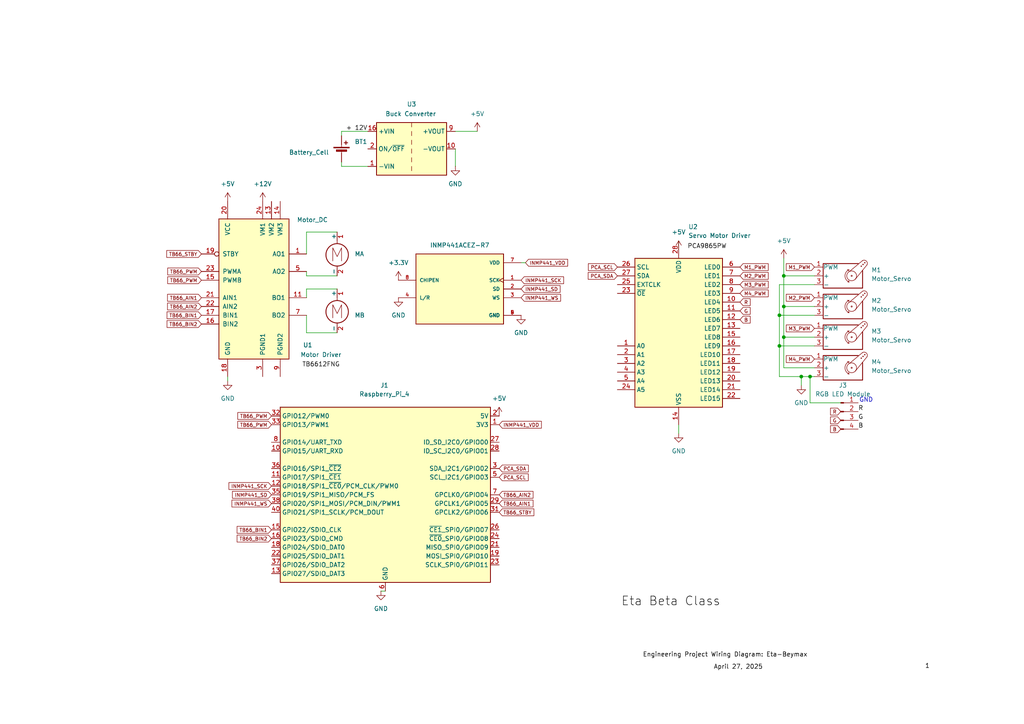
<source format=kicad_sch>
(kicad_sch
	(version 20250114)
	(generator "eeschema")
	(generator_version "9.0")
	(uuid "eb414248-35a5-4b62-86a8-109e35ec1a0d")
	(paper "A4")
	(lib_symbols
		(symbol "Connector:Conn_01x04_Pin"
			(pin_names
				(offset 1.016)
				(hide yes)
			)
			(exclude_from_sim no)
			(in_bom yes)
			(on_board yes)
			(property "Reference" "J"
				(at 0 5.08 0)
				(effects
					(font
						(size 1.27 1.27)
					)
				)
			)
			(property "Value" "Conn_01x04_Pin"
				(at 0 -7.62 0)
				(effects
					(font
						(size 1.27 1.27)
					)
				)
			)
			(property "Footprint" ""
				(at 0 0 0)
				(effects
					(font
						(size 1.27 1.27)
					)
					(hide yes)
				)
			)
			(property "Datasheet" "~"
				(at 0 0 0)
				(effects
					(font
						(size 1.27 1.27)
					)
					(hide yes)
				)
			)
			(property "Description" "Generic connector, single row, 01x04, script generated"
				(at 0 0 0)
				(effects
					(font
						(size 1.27 1.27)
					)
					(hide yes)
				)
			)
			(property "ki_locked" ""
				(at 0 0 0)
				(effects
					(font
						(size 1.27 1.27)
					)
				)
			)
			(property "ki_keywords" "connector"
				(at 0 0 0)
				(effects
					(font
						(size 1.27 1.27)
					)
					(hide yes)
				)
			)
			(property "ki_fp_filters" "Connector*:*_1x??_*"
				(at 0 0 0)
				(effects
					(font
						(size 1.27 1.27)
					)
					(hide yes)
				)
			)
			(symbol "Conn_01x04_Pin_1_1"
				(rectangle
					(start 0.8636 2.667)
					(end 0 2.413)
					(stroke
						(width 0.1524)
						(type default)
					)
					(fill
						(type outline)
					)
				)
				(rectangle
					(start 0.8636 0.127)
					(end 0 -0.127)
					(stroke
						(width 0.1524)
						(type default)
					)
					(fill
						(type outline)
					)
				)
				(rectangle
					(start 0.8636 -2.413)
					(end 0 -2.667)
					(stroke
						(width 0.1524)
						(type default)
					)
					(fill
						(type outline)
					)
				)
				(rectangle
					(start 0.8636 -4.953)
					(end 0 -5.207)
					(stroke
						(width 0.1524)
						(type default)
					)
					(fill
						(type outline)
					)
				)
				(polyline
					(pts
						(xy 1.27 2.54) (xy 0.8636 2.54)
					)
					(stroke
						(width 0.1524)
						(type default)
					)
					(fill
						(type none)
					)
				)
				(polyline
					(pts
						(xy 1.27 0) (xy 0.8636 0)
					)
					(stroke
						(width 0.1524)
						(type default)
					)
					(fill
						(type none)
					)
				)
				(polyline
					(pts
						(xy 1.27 -2.54) (xy 0.8636 -2.54)
					)
					(stroke
						(width 0.1524)
						(type default)
					)
					(fill
						(type none)
					)
				)
				(polyline
					(pts
						(xy 1.27 -5.08) (xy 0.8636 -5.08)
					)
					(stroke
						(width 0.1524)
						(type default)
					)
					(fill
						(type none)
					)
				)
				(pin passive line
					(at 5.08 2.54 180)
					(length 3.81)
					(name "Pin_1"
						(effects
							(font
								(size 1.27 1.27)
							)
						)
					)
					(number "1"
						(effects
							(font
								(size 1.27 1.27)
							)
						)
					)
				)
				(pin passive line
					(at 5.08 0 180)
					(length 3.81)
					(name "Pin_2"
						(effects
							(font
								(size 1.27 1.27)
							)
						)
					)
					(number "2"
						(effects
							(font
								(size 1.27 1.27)
							)
						)
					)
				)
				(pin passive line
					(at 5.08 -2.54 180)
					(length 3.81)
					(name "Pin_3"
						(effects
							(font
								(size 1.27 1.27)
							)
						)
					)
					(number "3"
						(effects
							(font
								(size 1.27 1.27)
							)
						)
					)
				)
				(pin passive line
					(at 5.08 -5.08 180)
					(length 3.81)
					(name "Pin_4"
						(effects
							(font
								(size 1.27 1.27)
							)
						)
					)
					(number "4"
						(effects
							(font
								(size 1.27 1.27)
							)
						)
					)
				)
			)
			(embedded_fonts no)
		)
		(symbol "Connector:Raspberry_Pi_4"
			(exclude_from_sim no)
			(in_bom yes)
			(on_board yes)
			(property "Reference" "J"
				(at -17.526 48.768 0)
				(effects
					(font
						(size 1.27 1.27)
					)
					(justify left bottom)
				)
			)
			(property "Value" "Raspberry_Pi_4"
				(at 15.748 -26.416 0)
				(effects
					(font
						(size 1.27 1.27)
					)
					(justify left top)
				)
			)
			(property "Footprint" ""
				(at 70.104 -47.498 0)
				(effects
					(font
						(size 1.27 1.27)
					)
					(justify left)
					(hide yes)
				)
			)
			(property "Datasheet" "https://datasheets.raspberrypi.com/rpi4/raspberry-pi-4-datasheet.pdf"
				(at 15.748 -32.258 0)
				(effects
					(font
						(size 1.27 1.27)
					)
					(justify left)
					(hide yes)
				)
			)
			(property "Description" "Raspberry Pi 4 Model B"
				(at 15.748 -29.718 0)
				(effects
					(font
						(size 1.27 1.27)
					)
					(justify left)
					(hide yes)
				)
			)
			(property "ki_keywords" "SBC RPi"
				(at 0 0 0)
				(effects
					(font
						(size 1.27 1.27)
					)
					(hide yes)
				)
			)
			(property "ki_fp_filters" "PinHeader*2x20*P2.54mm*Vertical* PinSocket*2x20*P2.54mm*Vertical*"
				(at 0 0 0)
				(effects
					(font
						(size 1.27 1.27)
					)
					(hide yes)
				)
			)
			(symbol "Raspberry_Pi_4_0_1"
				(rectangle
					(start -30.48 25.4)
					(end 30.48 -25.4)
					(stroke
						(width 0.254)
						(type default)
					)
					(fill
						(type background)
					)
				)
			)
			(symbol "Raspberry_Pi_4_1_1"
				(pin bidirectional line
					(at -33.02 22.86 0)
					(length 2.54)
					(name "GPIO12/PWM0"
						(effects
							(font
								(size 1.27 1.27)
							)
						)
					)
					(number "32"
						(effects
							(font
								(size 1.27 1.27)
							)
						)
					)
				)
				(pin bidirectional line
					(at -33.02 20.32 0)
					(length 2.54)
					(name "GPIO13/PWM1"
						(effects
							(font
								(size 1.27 1.27)
							)
						)
					)
					(number "33"
						(effects
							(font
								(size 1.27 1.27)
							)
						)
					)
				)
				(pin bidirectional line
					(at -33.02 15.24 0)
					(length 2.54)
					(name "GPIO14/UART_TXD"
						(effects
							(font
								(size 1.27 1.27)
							)
						)
					)
					(number "8"
						(effects
							(font
								(size 1.27 1.27)
							)
						)
					)
				)
				(pin bidirectional line
					(at -33.02 12.7 0)
					(length 2.54)
					(name "GPIO15/UART_RXD"
						(effects
							(font
								(size 1.27 1.27)
							)
						)
					)
					(number "10"
						(effects
							(font
								(size 1.27 1.27)
							)
						)
					)
				)
				(pin bidirectional line
					(at -33.02 7.62 0)
					(length 2.54)
					(name "GPIO16/SPI1_~{CE2}"
						(effects
							(font
								(size 1.27 1.27)
							)
						)
					)
					(number "36"
						(effects
							(font
								(size 1.27 1.27)
							)
						)
					)
				)
				(pin bidirectional line
					(at -33.02 5.08 0)
					(length 2.54)
					(name "GPIO17/SPI1_~{CE1}"
						(effects
							(font
								(size 1.27 1.27)
							)
						)
					)
					(number "11"
						(effects
							(font
								(size 1.27 1.27)
							)
						)
					)
				)
				(pin bidirectional line
					(at -33.02 2.54 0)
					(length 2.54)
					(name "GPIO18/SPI1_~{CE0}/PCM_CLK/PWM0"
						(effects
							(font
								(size 1.27 1.27)
							)
						)
					)
					(number "12"
						(effects
							(font
								(size 1.27 1.27)
							)
						)
					)
				)
				(pin bidirectional line
					(at -33.02 0 0)
					(length 2.54)
					(name "GPIO19/SPI1_MISO/PCM_FS"
						(effects
							(font
								(size 1.27 1.27)
							)
						)
					)
					(number "35"
						(effects
							(font
								(size 1.27 1.27)
							)
						)
					)
				)
				(pin bidirectional line
					(at -33.02 -2.54 0)
					(length 2.54)
					(name "GPIO20/SPI1_MOSI/PCM_DIN/PWM1"
						(effects
							(font
								(size 1.27 1.27)
							)
						)
					)
					(number "38"
						(effects
							(font
								(size 1.27 1.27)
							)
						)
					)
				)
				(pin bidirectional line
					(at -33.02 -5.08 0)
					(length 2.54)
					(name "GPIO21/SPI1_SCLK/PCM_DOUT"
						(effects
							(font
								(size 1.27 1.27)
							)
						)
					)
					(number "40"
						(effects
							(font
								(size 1.27 1.27)
							)
						)
					)
				)
				(pin bidirectional line
					(at -33.02 -10.16 0)
					(length 2.54)
					(name "GPIO22/SDIO_CLK"
						(effects
							(font
								(size 1.27 1.27)
							)
						)
					)
					(number "15"
						(effects
							(font
								(size 1.27 1.27)
							)
						)
					)
				)
				(pin bidirectional line
					(at -33.02 -12.7 0)
					(length 2.54)
					(name "GPIO23/SDIO_CMD"
						(effects
							(font
								(size 1.27 1.27)
							)
						)
					)
					(number "16"
						(effects
							(font
								(size 1.27 1.27)
							)
						)
					)
				)
				(pin bidirectional line
					(at -33.02 -15.24 0)
					(length 2.54)
					(name "GPIO24/SDIO_DAT0"
						(effects
							(font
								(size 1.27 1.27)
							)
						)
					)
					(number "18"
						(effects
							(font
								(size 1.27 1.27)
							)
						)
					)
				)
				(pin bidirectional line
					(at -33.02 -17.78 0)
					(length 2.54)
					(name "GPIO25/SDIO_DAT1"
						(effects
							(font
								(size 1.27 1.27)
							)
						)
					)
					(number "22"
						(effects
							(font
								(size 1.27 1.27)
							)
						)
					)
				)
				(pin bidirectional line
					(at -33.02 -20.32 0)
					(length 2.54)
					(name "GPIO26/SDIO_DAT2"
						(effects
							(font
								(size 1.27 1.27)
							)
						)
					)
					(number "37"
						(effects
							(font
								(size 1.27 1.27)
							)
						)
					)
				)
				(pin bidirectional line
					(at -33.02 -22.86 0)
					(length 2.54)
					(name "GPIO27/SDIO_DAT3"
						(effects
							(font
								(size 1.27 1.27)
							)
						)
					)
					(number "13"
						(effects
							(font
								(size 1.27 1.27)
							)
						)
					)
				)
				(pin passive line
					(at 0 -27.94 90)
					(length 2.54)
					(hide yes)
					(name "GND"
						(effects
							(font
								(size 1.27 1.27)
							)
						)
					)
					(number "14"
						(effects
							(font
								(size 1.27 1.27)
							)
						)
					)
				)
				(pin passive line
					(at 0 -27.94 90)
					(length 2.54)
					(hide yes)
					(name "GND"
						(effects
							(font
								(size 1.27 1.27)
							)
						)
					)
					(number "20"
						(effects
							(font
								(size 1.27 1.27)
							)
						)
					)
				)
				(pin passive line
					(at 0 -27.94 90)
					(length 2.54)
					(hide yes)
					(name "GND"
						(effects
							(font
								(size 1.27 1.27)
							)
						)
					)
					(number "25"
						(effects
							(font
								(size 1.27 1.27)
							)
						)
					)
				)
				(pin passive line
					(at 0 -27.94 90)
					(length 2.54)
					(hide yes)
					(name "GND"
						(effects
							(font
								(size 1.27 1.27)
							)
						)
					)
					(number "30"
						(effects
							(font
								(size 1.27 1.27)
							)
						)
					)
				)
				(pin passive line
					(at 0 -27.94 90)
					(length 2.54)
					(hide yes)
					(name "GND"
						(effects
							(font
								(size 1.27 1.27)
							)
						)
					)
					(number "34"
						(effects
							(font
								(size 1.27 1.27)
							)
						)
					)
				)
				(pin passive line
					(at 0 -27.94 90)
					(length 2.54)
					(hide yes)
					(name "GND"
						(effects
							(font
								(size 1.27 1.27)
							)
						)
					)
					(number "39"
						(effects
							(font
								(size 1.27 1.27)
							)
						)
					)
				)
				(pin power_out line
					(at 0 -27.94 90)
					(length 2.54)
					(name "GND"
						(effects
							(font
								(size 1.27 1.27)
							)
						)
					)
					(number "6"
						(effects
							(font
								(size 1.27 1.27)
							)
						)
					)
				)
				(pin passive line
					(at 0 -27.94 90)
					(length 2.54)
					(hide yes)
					(name "GND"
						(effects
							(font
								(size 1.27 1.27)
							)
						)
					)
					(number "9"
						(effects
							(font
								(size 1.27 1.27)
							)
						)
					)
				)
				(pin power_out line
					(at 33.02 22.86 180)
					(length 2.54)
					(name "5V"
						(effects
							(font
								(size 1.27 1.27)
							)
						)
					)
					(number "2"
						(effects
							(font
								(size 1.27 1.27)
							)
						)
					)
				)
				(pin passive line
					(at 33.02 22.86 180)
					(length 2.54)
					(hide yes)
					(name "5V"
						(effects
							(font
								(size 1.27 1.27)
							)
						)
					)
					(number "4"
						(effects
							(font
								(size 1.27 1.27)
							)
						)
					)
				)
				(pin power_out line
					(at 33.02 20.32 180)
					(length 2.54)
					(name "3V3"
						(effects
							(font
								(size 1.27 1.27)
							)
						)
					)
					(number "1"
						(effects
							(font
								(size 1.27 1.27)
							)
						)
					)
				)
				(pin passive line
					(at 33.02 20.32 180)
					(length 2.54)
					(hide yes)
					(name "3V3"
						(effects
							(font
								(size 1.27 1.27)
							)
						)
					)
					(number "17"
						(effects
							(font
								(size 1.27 1.27)
							)
						)
					)
				)
				(pin bidirectional line
					(at 33.02 15.24 180)
					(length 2.54)
					(name "ID_SD_I2C0/GPIO00"
						(effects
							(font
								(size 1.27 1.27)
							)
						)
					)
					(number "27"
						(effects
							(font
								(size 1.27 1.27)
							)
						)
					)
				)
				(pin bidirectional line
					(at 33.02 12.7 180)
					(length 2.54)
					(name "ID_SC_I2C0/GPIO01"
						(effects
							(font
								(size 1.27 1.27)
							)
						)
					)
					(number "28"
						(effects
							(font
								(size 1.27 1.27)
							)
						)
					)
				)
				(pin bidirectional line
					(at 33.02 7.62 180)
					(length 2.54)
					(name "SDA_I2C1/GPIO02"
						(effects
							(font
								(size 1.27 1.27)
							)
						)
					)
					(number "3"
						(effects
							(font
								(size 1.27 1.27)
							)
						)
					)
				)
				(pin bidirectional line
					(at 33.02 5.08 180)
					(length 2.54)
					(name "SCL_I2C1/GPIO03"
						(effects
							(font
								(size 1.27 1.27)
							)
						)
					)
					(number "5"
						(effects
							(font
								(size 1.27 1.27)
							)
						)
					)
				)
				(pin bidirectional line
					(at 33.02 0 180)
					(length 2.54)
					(name "GPCLK0/GPIO04"
						(effects
							(font
								(size 1.27 1.27)
							)
						)
					)
					(number "7"
						(effects
							(font
								(size 1.27 1.27)
							)
						)
					)
				)
				(pin bidirectional line
					(at 33.02 -2.54 180)
					(length 2.54)
					(name "GPCLK1/GPIO05"
						(effects
							(font
								(size 1.27 1.27)
							)
						)
					)
					(number "29"
						(effects
							(font
								(size 1.27 1.27)
							)
						)
					)
				)
				(pin bidirectional line
					(at 33.02 -5.08 180)
					(length 2.54)
					(name "GPCLK2/GPIO06"
						(effects
							(font
								(size 1.27 1.27)
							)
						)
					)
					(number "31"
						(effects
							(font
								(size 1.27 1.27)
							)
						)
					)
				)
				(pin bidirectional line
					(at 33.02 -10.16 180)
					(length 2.54)
					(name "~{CE1}_SPI0/GPIO07"
						(effects
							(font
								(size 1.27 1.27)
							)
						)
					)
					(number "26"
						(effects
							(font
								(size 1.27 1.27)
							)
						)
					)
				)
				(pin bidirectional line
					(at 33.02 -12.7 180)
					(length 2.54)
					(name "~{CE0}_SPI0/GPIO08"
						(effects
							(font
								(size 1.27 1.27)
							)
						)
					)
					(number "24"
						(effects
							(font
								(size 1.27 1.27)
							)
						)
					)
				)
				(pin bidirectional line
					(at 33.02 -15.24 180)
					(length 2.54)
					(name "MISO_SPI0/GPIO09"
						(effects
							(font
								(size 1.27 1.27)
							)
						)
					)
					(number "21"
						(effects
							(font
								(size 1.27 1.27)
							)
						)
					)
				)
				(pin bidirectional line
					(at 33.02 -17.78 180)
					(length 2.54)
					(name "MOSI_SPI0/GPIO10"
						(effects
							(font
								(size 1.27 1.27)
							)
						)
					)
					(number "19"
						(effects
							(font
								(size 1.27 1.27)
							)
						)
					)
				)
				(pin bidirectional line
					(at 33.02 -20.32 180)
					(length 2.54)
					(name "SCLK_SPI0/GPIO11"
						(effects
							(font
								(size 1.27 1.27)
							)
						)
					)
					(number "23"
						(effects
							(font
								(size 1.27 1.27)
							)
						)
					)
				)
			)
			(embedded_fonts no)
		)
		(symbol "Converter_DCDC:ATA00A18S-L"
			(exclude_from_sim no)
			(in_bom yes)
			(on_board yes)
			(property "Reference" "U"
				(at 0 11.43 0)
				(effects
					(font
						(size 1.27 1.27)
					)
				)
			)
			(property "Value" "ATA00A18S-L"
				(at 0 8.89 0)
				(effects
					(font
						(size 1.27 1.27)
					)
				)
			)
			(property "Footprint" "Converter_DCDC:Converter_DCDC_Artesyn_ATA_SMD"
				(at 0 -8.89 0)
				(effects
					(font
						(size 1.27 1.27)
						(italic yes)
					)
					(hide yes)
				)
			)
			(property "Datasheet" "https://www.artesyn.com/power/assets/ata_series_ds_01apr2015_79c25814fd.pdf"
				(at 0 -11.43 0)
				(effects
					(font
						(size 1.27 1.27)
					)
					(hide yes)
				)
			)
			(property "Description" "Artesyn 3W Isolated DC/DC Converter Module, 5V Output Voltage, 9-36V Input Voltage"
				(at 0 0 0)
				(effects
					(font
						(size 1.27 1.27)
					)
					(hide yes)
				)
			)
			(property "ki_keywords" "DC/DC converter single"
				(at 0 0 0)
				(effects
					(font
						(size 1.27 1.27)
					)
					(hide yes)
				)
			)
			(property "ki_fp_filters" "*Artesyn*ATA*SMD*"
				(at 0 0 0)
				(effects
					(font
						(size 1.27 1.27)
					)
					(hide yes)
				)
			)
			(symbol "ATA00A18S-L_0_1"
				(rectangle
					(start -10.16 7.62)
					(end 10.16 -7.62)
					(stroke
						(width 0.254)
						(type default)
					)
					(fill
						(type background)
					)
				)
				(polyline
					(pts
						(xy 0 7.62) (xy 0 6.35)
					)
					(stroke
						(width 0)
						(type default)
					)
					(fill
						(type none)
					)
				)
				(polyline
					(pts
						(xy 0 5.08) (xy 0 3.81)
					)
					(stroke
						(width 0)
						(type default)
					)
					(fill
						(type none)
					)
				)
				(polyline
					(pts
						(xy 0 2.54) (xy 0 1.27)
					)
					(stroke
						(width 0)
						(type default)
					)
					(fill
						(type none)
					)
				)
				(polyline
					(pts
						(xy 0 0) (xy 0 -1.27)
					)
					(stroke
						(width 0)
						(type default)
					)
					(fill
						(type none)
					)
				)
				(polyline
					(pts
						(xy 0 -2.54) (xy 0 -3.81)
					)
					(stroke
						(width 0)
						(type default)
					)
					(fill
						(type none)
					)
				)
				(polyline
					(pts
						(xy 0 -5.08) (xy 0 -6.35)
					)
					(stroke
						(width 0)
						(type default)
					)
					(fill
						(type none)
					)
				)
			)
			(symbol "ATA00A18S-L_1_1"
				(pin power_in line
					(at -12.7 5.08 0)
					(length 2.54)
					(name "+VIN"
						(effects
							(font
								(size 1.27 1.27)
							)
						)
					)
					(number "16"
						(effects
							(font
								(size 1.27 1.27)
							)
						)
					)
				)
				(pin input line
					(at -12.7 0 0)
					(length 2.54)
					(name "ON/~{OFF}"
						(effects
							(font
								(size 1.27 1.27)
							)
						)
					)
					(number "2"
						(effects
							(font
								(size 1.27 1.27)
							)
						)
					)
				)
				(pin power_in line
					(at -12.7 -5.08 0)
					(length 2.54)
					(name "-VIN"
						(effects
							(font
								(size 1.27 1.27)
							)
						)
					)
					(number "1"
						(effects
							(font
								(size 1.27 1.27)
							)
						)
					)
				)
				(pin no_connect line
					(at 10.16 -2.54 180)
					(length 2.54)
					(hide yes)
					(name "NC"
						(effects
							(font
								(size 1.27 1.27)
							)
						)
					)
					(number "7"
						(effects
							(font
								(size 1.27 1.27)
							)
						)
					)
				)
				(pin no_connect line
					(at 10.16 -5.08 180)
					(length 2.54)
					(hide yes)
					(name "NC"
						(effects
							(font
								(size 1.27 1.27)
							)
						)
					)
					(number "8"
						(effects
							(font
								(size 1.27 1.27)
							)
						)
					)
				)
				(pin power_out line
					(at 12.7 5.08 180)
					(length 2.54)
					(name "+VOUT"
						(effects
							(font
								(size 1.27 1.27)
							)
						)
					)
					(number "9"
						(effects
							(font
								(size 1.27 1.27)
							)
						)
					)
				)
				(pin power_out line
					(at 12.7 0 180)
					(length 2.54)
					(name "-VOUT"
						(effects
							(font
								(size 1.27 1.27)
							)
						)
					)
					(number "10"
						(effects
							(font
								(size 1.27 1.27)
							)
						)
					)
				)
			)
			(embedded_fonts no)
		)
		(symbol "Device:Battery_Cell"
			(pin_numbers
				(hide yes)
			)
			(pin_names
				(offset 0)
				(hide yes)
			)
			(exclude_from_sim no)
			(in_bom yes)
			(on_board yes)
			(property "Reference" "BT"
				(at 2.54 2.54 0)
				(effects
					(font
						(size 1.27 1.27)
					)
					(justify left)
				)
			)
			(property "Value" "Battery_Cell"
				(at 2.54 0 0)
				(effects
					(font
						(size 1.27 1.27)
					)
					(justify left)
				)
			)
			(property "Footprint" ""
				(at 0 1.524 90)
				(effects
					(font
						(size 1.27 1.27)
					)
					(hide yes)
				)
			)
			(property "Datasheet" "~"
				(at 0 1.524 90)
				(effects
					(font
						(size 1.27 1.27)
					)
					(hide yes)
				)
			)
			(property "Description" "Single-cell battery"
				(at 0 0 0)
				(effects
					(font
						(size 1.27 1.27)
					)
					(hide yes)
				)
			)
			(property "ki_keywords" "battery cell"
				(at 0 0 0)
				(effects
					(font
						(size 1.27 1.27)
					)
					(hide yes)
				)
			)
			(symbol "Battery_Cell_0_1"
				(rectangle
					(start -2.286 1.778)
					(end 2.286 1.524)
					(stroke
						(width 0)
						(type default)
					)
					(fill
						(type outline)
					)
				)
				(rectangle
					(start -1.524 1.016)
					(end 1.524 0.508)
					(stroke
						(width 0)
						(type default)
					)
					(fill
						(type outline)
					)
				)
				(polyline
					(pts
						(xy 0 1.778) (xy 0 2.54)
					)
					(stroke
						(width 0)
						(type default)
					)
					(fill
						(type none)
					)
				)
				(polyline
					(pts
						(xy 0 0.762) (xy 0 0)
					)
					(stroke
						(width 0)
						(type default)
					)
					(fill
						(type none)
					)
				)
				(polyline
					(pts
						(xy 0.762 3.048) (xy 1.778 3.048)
					)
					(stroke
						(width 0.254)
						(type default)
					)
					(fill
						(type none)
					)
				)
				(polyline
					(pts
						(xy 1.27 3.556) (xy 1.27 2.54)
					)
					(stroke
						(width 0.254)
						(type default)
					)
					(fill
						(type none)
					)
				)
			)
			(symbol "Battery_Cell_1_1"
				(pin passive line
					(at 0 5.08 270)
					(length 2.54)
					(name "+"
						(effects
							(font
								(size 1.27 1.27)
							)
						)
					)
					(number "1"
						(effects
							(font
								(size 1.27 1.27)
							)
						)
					)
				)
				(pin passive line
					(at 0 -2.54 90)
					(length 2.54)
					(name "-"
						(effects
							(font
								(size 1.27 1.27)
							)
						)
					)
					(number "2"
						(effects
							(font
								(size 1.27 1.27)
							)
						)
					)
				)
			)
			(embedded_fonts no)
		)
		(symbol "Driver_LED:PCA9685PW"
			(exclude_from_sim no)
			(in_bom yes)
			(on_board yes)
			(property "Reference" "U"
				(at -12.7 22.225 0)
				(effects
					(font
						(size 1.27 1.27)
					)
					(justify left)
				)
			)
			(property "Value" "PCA9685PW"
				(at 1.27 22.225 0)
				(effects
					(font
						(size 1.27 1.27)
					)
					(justify left)
				)
			)
			(property "Footprint" "Package_SO:TSSOP-28_4.4x9.7mm_P0.65mm"
				(at 0.635 -24.765 0)
				(effects
					(font
						(size 1.27 1.27)
					)
					(justify left)
					(hide yes)
				)
			)
			(property "Datasheet" "http://www.nxp.com/docs/en/data-sheet/PCA9685.pdf"
				(at -10.16 17.78 0)
				(effects
					(font
						(size 1.27 1.27)
					)
					(hide yes)
				)
			)
			(property "Description" "16-channel 12-bit PWM Fm+ I2C-bus LED controller RGBA TSSOP"
				(at 0 0 0)
				(effects
					(font
						(size 1.27 1.27)
					)
					(hide yes)
				)
			)
			(property "ki_keywords" "PWM LED driver I2C TSSOP"
				(at 0 0 0)
				(effects
					(font
						(size 1.27 1.27)
					)
					(hide yes)
				)
			)
			(property "ki_fp_filters" "TSSOP*4.4x9.7mm*P0.65mm*"
				(at 0 0 0)
				(effects
					(font
						(size 1.27 1.27)
					)
					(hide yes)
				)
			)
			(symbol "PCA9685PW_0_1"
				(rectangle
					(start -12.7 20.32)
					(end 12.7 -22.86)
					(stroke
						(width 0.254)
						(type default)
					)
					(fill
						(type background)
					)
				)
			)
			(symbol "PCA9685PW_1_1"
				(pin input line
					(at -17.78 17.78 0)
					(length 5.08)
					(name "SCL"
						(effects
							(font
								(size 1.27 1.27)
							)
						)
					)
					(number "26"
						(effects
							(font
								(size 1.27 1.27)
							)
						)
					)
				)
				(pin bidirectional line
					(at -17.78 15.24 0)
					(length 5.08)
					(name "SDA"
						(effects
							(font
								(size 1.27 1.27)
							)
						)
					)
					(number "27"
						(effects
							(font
								(size 1.27 1.27)
							)
						)
					)
				)
				(pin input line
					(at -17.78 12.7 0)
					(length 5.08)
					(name "EXTCLK"
						(effects
							(font
								(size 1.27 1.27)
							)
						)
					)
					(number "25"
						(effects
							(font
								(size 1.27 1.27)
							)
						)
					)
				)
				(pin input line
					(at -17.78 10.16 0)
					(length 5.08)
					(name "~{OE}"
						(effects
							(font
								(size 1.27 1.27)
							)
						)
					)
					(number "23"
						(effects
							(font
								(size 1.27 1.27)
							)
						)
					)
				)
				(pin input line
					(at -17.78 -5.08 0)
					(length 5.08)
					(name "A0"
						(effects
							(font
								(size 1.27 1.27)
							)
						)
					)
					(number "1"
						(effects
							(font
								(size 1.27 1.27)
							)
						)
					)
				)
				(pin input line
					(at -17.78 -7.62 0)
					(length 5.08)
					(name "A1"
						(effects
							(font
								(size 1.27 1.27)
							)
						)
					)
					(number "2"
						(effects
							(font
								(size 1.27 1.27)
							)
						)
					)
				)
				(pin input line
					(at -17.78 -10.16 0)
					(length 5.08)
					(name "A2"
						(effects
							(font
								(size 1.27 1.27)
							)
						)
					)
					(number "3"
						(effects
							(font
								(size 1.27 1.27)
							)
						)
					)
				)
				(pin input line
					(at -17.78 -12.7 0)
					(length 5.08)
					(name "A3"
						(effects
							(font
								(size 1.27 1.27)
							)
						)
					)
					(number "4"
						(effects
							(font
								(size 1.27 1.27)
							)
						)
					)
				)
				(pin input line
					(at -17.78 -15.24 0)
					(length 5.08)
					(name "A4"
						(effects
							(font
								(size 1.27 1.27)
							)
						)
					)
					(number "5"
						(effects
							(font
								(size 1.27 1.27)
							)
						)
					)
				)
				(pin input line
					(at -17.78 -17.78 0)
					(length 5.08)
					(name "A5"
						(effects
							(font
								(size 1.27 1.27)
							)
						)
					)
					(number "24"
						(effects
							(font
								(size 1.27 1.27)
							)
						)
					)
				)
				(pin power_in line
					(at 0 25.4 270)
					(length 5.08)
					(name "VDD"
						(effects
							(font
								(size 1.27 1.27)
							)
						)
					)
					(number "28"
						(effects
							(font
								(size 1.27 1.27)
							)
						)
					)
				)
				(pin power_in line
					(at 0 -27.94 90)
					(length 5.08)
					(name "VSS"
						(effects
							(font
								(size 1.27 1.27)
							)
						)
					)
					(number "14"
						(effects
							(font
								(size 1.27 1.27)
							)
						)
					)
				)
				(pin output line
					(at 17.78 17.78 180)
					(length 5.08)
					(name "LED0"
						(effects
							(font
								(size 1.27 1.27)
							)
						)
					)
					(number "6"
						(effects
							(font
								(size 1.27 1.27)
							)
						)
					)
				)
				(pin output line
					(at 17.78 15.24 180)
					(length 5.08)
					(name "LED1"
						(effects
							(font
								(size 1.27 1.27)
							)
						)
					)
					(number "7"
						(effects
							(font
								(size 1.27 1.27)
							)
						)
					)
				)
				(pin output line
					(at 17.78 12.7 180)
					(length 5.08)
					(name "LED2"
						(effects
							(font
								(size 1.27 1.27)
							)
						)
					)
					(number "8"
						(effects
							(font
								(size 1.27 1.27)
							)
						)
					)
				)
				(pin output line
					(at 17.78 10.16 180)
					(length 5.08)
					(name "LED3"
						(effects
							(font
								(size 1.27 1.27)
							)
						)
					)
					(number "9"
						(effects
							(font
								(size 1.27 1.27)
							)
						)
					)
				)
				(pin output line
					(at 17.78 7.62 180)
					(length 5.08)
					(name "LED4"
						(effects
							(font
								(size 1.27 1.27)
							)
						)
					)
					(number "10"
						(effects
							(font
								(size 1.27 1.27)
							)
						)
					)
				)
				(pin output line
					(at 17.78 5.08 180)
					(length 5.08)
					(name "LED5"
						(effects
							(font
								(size 1.27 1.27)
							)
						)
					)
					(number "11"
						(effects
							(font
								(size 1.27 1.27)
							)
						)
					)
				)
				(pin output line
					(at 17.78 2.54 180)
					(length 5.08)
					(name "LED6"
						(effects
							(font
								(size 1.27 1.27)
							)
						)
					)
					(number "12"
						(effects
							(font
								(size 1.27 1.27)
							)
						)
					)
				)
				(pin output line
					(at 17.78 0 180)
					(length 5.08)
					(name "LED7"
						(effects
							(font
								(size 1.27 1.27)
							)
						)
					)
					(number "13"
						(effects
							(font
								(size 1.27 1.27)
							)
						)
					)
				)
				(pin output line
					(at 17.78 -2.54 180)
					(length 5.08)
					(name "LED8"
						(effects
							(font
								(size 1.27 1.27)
							)
						)
					)
					(number "15"
						(effects
							(font
								(size 1.27 1.27)
							)
						)
					)
				)
				(pin output line
					(at 17.78 -5.08 180)
					(length 5.08)
					(name "LED9"
						(effects
							(font
								(size 1.27 1.27)
							)
						)
					)
					(number "16"
						(effects
							(font
								(size 1.27 1.27)
							)
						)
					)
				)
				(pin output line
					(at 17.78 -7.62 180)
					(length 5.08)
					(name "LED10"
						(effects
							(font
								(size 1.27 1.27)
							)
						)
					)
					(number "17"
						(effects
							(font
								(size 1.27 1.27)
							)
						)
					)
				)
				(pin output line
					(at 17.78 -10.16 180)
					(length 5.08)
					(name "LED11"
						(effects
							(font
								(size 1.27 1.27)
							)
						)
					)
					(number "18"
						(effects
							(font
								(size 1.27 1.27)
							)
						)
					)
				)
				(pin output line
					(at 17.78 -12.7 180)
					(length 5.08)
					(name "LED12"
						(effects
							(font
								(size 1.27 1.27)
							)
						)
					)
					(number "19"
						(effects
							(font
								(size 1.27 1.27)
							)
						)
					)
				)
				(pin output line
					(at 17.78 -15.24 180)
					(length 5.08)
					(name "LED13"
						(effects
							(font
								(size 1.27 1.27)
							)
						)
					)
					(number "20"
						(effects
							(font
								(size 1.27 1.27)
							)
						)
					)
				)
				(pin output line
					(at 17.78 -17.78 180)
					(length 5.08)
					(name "LED14"
						(effects
							(font
								(size 1.27 1.27)
							)
						)
					)
					(number "21"
						(effects
							(font
								(size 1.27 1.27)
							)
						)
					)
				)
				(pin output line
					(at 17.78 -20.32 180)
					(length 5.08)
					(name "LED15"
						(effects
							(font
								(size 1.27 1.27)
							)
						)
					)
					(number "22"
						(effects
							(font
								(size 1.27 1.27)
							)
						)
					)
				)
			)
			(embedded_fonts no)
		)
		(symbol "Driver_Motor:TB6612FNG"
			(pin_names
				(offset 1.016)
			)
			(exclude_from_sim no)
			(in_bom yes)
			(on_board yes)
			(property "Reference" "U"
				(at 11.43 17.78 0)
				(effects
					(font
						(size 1.27 1.27)
					)
					(justify left)
				)
			)
			(property "Value" "TB6612FNG"
				(at 11.43 15.24 0)
				(effects
					(font
						(size 1.27 1.27)
					)
					(justify left)
				)
			)
			(property "Footprint" "Package_SO:SSOP-24_5.3x8.2mm_P0.65mm"
				(at 33.02 -22.86 0)
				(effects
					(font
						(size 1.27 1.27)
					)
					(hide yes)
				)
			)
			(property "Datasheet" "https://toshiba.semicon-storage.com/us/product/linear/motordriver/detail.TB6612FNG.html"
				(at 11.43 15.24 0)
				(effects
					(font
						(size 1.27 1.27)
					)
					(hide yes)
				)
			)
			(property "Description" "Driver IC for Dual DC motor, SSOP-24"
				(at 0 0 0)
				(effects
					(font
						(size 1.27 1.27)
					)
					(hide yes)
				)
			)
			(property "ki_keywords" "H-bridge motor driver"
				(at 0 0 0)
				(effects
					(font
						(size 1.27 1.27)
					)
					(hide yes)
				)
			)
			(property "ki_fp_filters" "SSOP-24*5.3x8.2mm*P0.65mm*"
				(at 0 0 0)
				(effects
					(font
						(size 1.27 1.27)
					)
					(hide yes)
				)
			)
			(symbol "TB6612FNG_0_1"
				(rectangle
					(start -10.16 20.32)
					(end 10.16 -20.32)
					(stroke
						(width 0.254)
						(type default)
					)
					(fill
						(type background)
					)
				)
			)
			(symbol "TB6612FNG_1_1"
				(pin input inverted
					(at -15.24 10.16 0)
					(length 5.08)
					(name "STBY"
						(effects
							(font
								(size 1.27 1.27)
							)
						)
					)
					(number "19"
						(effects
							(font
								(size 1.27 1.27)
							)
						)
					)
				)
				(pin input line
					(at -15.24 5.08 0)
					(length 5.08)
					(name "PWMA"
						(effects
							(font
								(size 1.27 1.27)
							)
						)
					)
					(number "23"
						(effects
							(font
								(size 1.27 1.27)
							)
						)
					)
				)
				(pin input line
					(at -15.24 2.54 0)
					(length 5.08)
					(name "PWMB"
						(effects
							(font
								(size 1.27 1.27)
							)
						)
					)
					(number "15"
						(effects
							(font
								(size 1.27 1.27)
							)
						)
					)
				)
				(pin input line
					(at -15.24 -2.54 0)
					(length 5.08)
					(name "AIN1"
						(effects
							(font
								(size 1.27 1.27)
							)
						)
					)
					(number "21"
						(effects
							(font
								(size 1.27 1.27)
							)
						)
					)
				)
				(pin input line
					(at -15.24 -5.08 0)
					(length 5.08)
					(name "AIN2"
						(effects
							(font
								(size 1.27 1.27)
							)
						)
					)
					(number "22"
						(effects
							(font
								(size 1.27 1.27)
							)
						)
					)
				)
				(pin input line
					(at -15.24 -7.62 0)
					(length 5.08)
					(name "BIN1"
						(effects
							(font
								(size 1.27 1.27)
							)
						)
					)
					(number "17"
						(effects
							(font
								(size 1.27 1.27)
							)
						)
					)
				)
				(pin input line
					(at -15.24 -10.16 0)
					(length 5.08)
					(name "BIN2"
						(effects
							(font
								(size 1.27 1.27)
							)
						)
					)
					(number "16"
						(effects
							(font
								(size 1.27 1.27)
							)
						)
					)
				)
				(pin power_in line
					(at -7.62 25.4 270)
					(length 5.08)
					(name "VCC"
						(effects
							(font
								(size 1.27 1.27)
							)
						)
					)
					(number "20"
						(effects
							(font
								(size 1.27 1.27)
							)
						)
					)
				)
				(pin power_in line
					(at -7.62 -25.4 90)
					(length 5.08)
					(name "GND"
						(effects
							(font
								(size 1.27 1.27)
							)
						)
					)
					(number "18"
						(effects
							(font
								(size 1.27 1.27)
							)
						)
					)
				)
				(pin power_in line
					(at 2.54 25.4 270)
					(length 5.08)
					(name "VM1"
						(effects
							(font
								(size 1.27 1.27)
							)
						)
					)
					(number "24"
						(effects
							(font
								(size 1.27 1.27)
							)
						)
					)
				)
				(pin power_in line
					(at 2.54 -25.4 90)
					(length 5.08)
					(name "PGND1"
						(effects
							(font
								(size 1.27 1.27)
							)
						)
					)
					(number "3"
						(effects
							(font
								(size 1.27 1.27)
							)
						)
					)
				)
				(pin passive line
					(at 2.54 -25.4 90)
					(length 5.08)
					(hide yes)
					(name "PGND1"
						(effects
							(font
								(size 1.27 1.27)
							)
						)
					)
					(number "4"
						(effects
							(font
								(size 1.27 1.27)
							)
						)
					)
				)
				(pin power_in line
					(at 5.08 25.4 270)
					(length 5.08)
					(name "VM2"
						(effects
							(font
								(size 1.27 1.27)
							)
						)
					)
					(number "13"
						(effects
							(font
								(size 1.27 1.27)
							)
						)
					)
				)
				(pin power_in line
					(at 7.62 25.4 270)
					(length 5.08)
					(name "VM3"
						(effects
							(font
								(size 1.27 1.27)
							)
						)
					)
					(number "14"
						(effects
							(font
								(size 1.27 1.27)
							)
						)
					)
				)
				(pin passive line
					(at 7.62 -25.4 90)
					(length 5.08)
					(hide yes)
					(name "PGND2"
						(effects
							(font
								(size 1.27 1.27)
							)
						)
					)
					(number "10"
						(effects
							(font
								(size 1.27 1.27)
							)
						)
					)
				)
				(pin power_in line
					(at 7.62 -25.4 90)
					(length 5.08)
					(name "PGND2"
						(effects
							(font
								(size 1.27 1.27)
							)
						)
					)
					(number "9"
						(effects
							(font
								(size 1.27 1.27)
							)
						)
					)
				)
				(pin output line
					(at 15.24 10.16 180)
					(length 5.08)
					(name "AO1"
						(effects
							(font
								(size 1.27 1.27)
							)
						)
					)
					(number "1"
						(effects
							(font
								(size 1.27 1.27)
							)
						)
					)
				)
				(pin passive line
					(at 15.24 10.16 180)
					(length 5.08)
					(hide yes)
					(name "AO1"
						(effects
							(font
								(size 1.27 1.27)
							)
						)
					)
					(number "2"
						(effects
							(font
								(size 1.27 1.27)
							)
						)
					)
				)
				(pin output line
					(at 15.24 5.08 180)
					(length 5.08)
					(name "AO2"
						(effects
							(font
								(size 1.27 1.27)
							)
						)
					)
					(number "5"
						(effects
							(font
								(size 1.27 1.27)
							)
						)
					)
				)
				(pin passive line
					(at 15.24 5.08 180)
					(length 5.08)
					(hide yes)
					(name "AO2"
						(effects
							(font
								(size 1.27 1.27)
							)
						)
					)
					(number "6"
						(effects
							(font
								(size 1.27 1.27)
							)
						)
					)
				)
				(pin output line
					(at 15.24 -2.54 180)
					(length 5.08)
					(name "BO1"
						(effects
							(font
								(size 1.27 1.27)
							)
						)
					)
					(number "11"
						(effects
							(font
								(size 1.27 1.27)
							)
						)
					)
				)
				(pin passive line
					(at 15.24 -2.54 180)
					(length 5.08)
					(hide yes)
					(name "BO1"
						(effects
							(font
								(size 1.27 1.27)
							)
						)
					)
					(number "12"
						(effects
							(font
								(size 1.27 1.27)
							)
						)
					)
				)
				(pin output line
					(at 15.24 -7.62 180)
					(length 5.08)
					(name "BO2"
						(effects
							(font
								(size 1.27 1.27)
							)
						)
					)
					(number "7"
						(effects
							(font
								(size 1.27 1.27)
							)
						)
					)
				)
				(pin passive line
					(at 15.24 -7.62 180)
					(length 5.08)
					(hide yes)
					(name "BO2"
						(effects
							(font
								(size 1.27 1.27)
							)
						)
					)
					(number "8"
						(effects
							(font
								(size 1.27 1.27)
							)
						)
					)
				)
			)
			(embedded_fonts no)
		)
		(symbol "INMP441:INMP441ACEZ-R7"
			(pin_names
				(offset 1.016)
			)
			(exclude_from_sim no)
			(in_bom yes)
			(on_board yes)
			(property "Reference" "MK"
				(at -12.7 10.795 0)
				(effects
					(font
						(size 1.27 1.27)
					)
					(justify left bottom)
				)
			)
			(property "Value" "INMP441ACEZ-R7"
				(at -12.7 -12.7 0)
				(effects
					(font
						(size 1.27 1.27)
					)
					(justify left bottom)
				)
			)
			(property "Footprint" "INMP441ACEZ-R7:MIC_INMP441ACEZ-R7"
				(at 0 0 0)
				(effects
					(font
						(size 1.27 1.27)
					)
					(justify bottom)
					(hide yes)
				)
			)
			(property "Datasheet" ""
				(at 0 0 0)
				(effects
					(font
						(size 1.27 1.27)
					)
					(hide yes)
				)
			)
			(property "Description" ""
				(at 0 0 0)
				(effects
					(font
						(size 1.27 1.27)
					)
					(hide yes)
				)
			)
			(property "MF" "TDK InvenSense"
				(at 0 0 0)
				(effects
					(font
						(size 1.27 1.27)
					)
					(justify bottom)
					(hide yes)
				)
			)
			(property "MAXIMUM_PACKAGE_HEIGHT" "1.05 mm"
				(at 0 0 0)
				(effects
					(font
						(size 1.27 1.27)
					)
					(justify bottom)
					(hide yes)
				)
			)
			(property "Package" "LGA-9 TDK InvenSense"
				(at 0 0 0)
				(effects
					(font
						(size 1.27 1.27)
					)
					(justify bottom)
					(hide yes)
				)
			)
			(property "Price" "None"
				(at 0 0 0)
				(effects
					(font
						(size 1.27 1.27)
					)
					(justify bottom)
					(hide yes)
				)
			)
			(property "Check_prices" "https://www.snapeda.com/parts/INMP441ACEZ-R7/TDK/view-part/?ref=eda"
				(at 0 0 0)
				(effects
					(font
						(size 1.27 1.27)
					)
					(justify bottom)
					(hide yes)
				)
			)
			(property "STANDARD" "Manufacturer Recommendations"
				(at 0 0 0)
				(effects
					(font
						(size 1.27 1.27)
					)
					(justify bottom)
					(hide yes)
				)
			)
			(property "PARTREV" "1.1"
				(at 0 0 0)
				(effects
					(font
						(size 1.27 1.27)
					)
					(justify bottom)
					(hide yes)
				)
			)
			(property "SnapEDA_Link" "https://www.snapeda.com/parts/INMP441ACEZ-R7/TDK/view-part/?ref=snap"
				(at 0 0 0)
				(effects
					(font
						(size 1.27 1.27)
					)
					(justify bottom)
					(hide yes)
				)
			)
			(property "MP" "INMP441ACEZ-R7"
				(at 0 0 0)
				(effects
					(font
						(size 1.27 1.27)
					)
					(justify bottom)
					(hide yes)
				)
			)
			(property "Description_1" "60 Hz ~ 15 kHz Digital, I2S Microphone MEMS (Silicon) 1.62 V ~ 3.63 V Omnidirectional (-26dB ±3dB @ 94dB SPL) Solder Pads"
				(at 0 0 0)
				(effects
					(font
						(size 1.27 1.27)
					)
					(justify bottom)
					(hide yes)
				)
			)
			(property "Availability" "In Stock"
				(at 0 0 0)
				(effects
					(font
						(size 1.27 1.27)
					)
					(justify bottom)
					(hide yes)
				)
			)
			(property "MANUFACTURER" "TDK InvenSense"
				(at 0 0 0)
				(effects
					(font
						(size 1.27 1.27)
					)
					(justify bottom)
					(hide yes)
				)
			)
			(symbol "INMP441ACEZ-R7_0_0"
				(rectangle
					(start -12.7 -10.16)
					(end 12.7 10.16)
					(stroke
						(width 0.254)
						(type default)
					)
					(fill
						(type background)
					)
				)
				(pin input line
					(at -17.78 2.54 0)
					(length 5.08)
					(name "CHIPEN"
						(effects
							(font
								(size 1.016 1.016)
							)
						)
					)
					(number "8"
						(effects
							(font
								(size 1.016 1.016)
							)
						)
					)
				)
				(pin input line
					(at -17.78 -2.54 0)
					(length 5.08)
					(name "L/R"
						(effects
							(font
								(size 1.016 1.016)
							)
						)
					)
					(number "4"
						(effects
							(font
								(size 1.016 1.016)
							)
						)
					)
				)
				(pin power_in line
					(at 17.78 7.62 180)
					(length 5.08)
					(name "VDD"
						(effects
							(font
								(size 1.016 1.016)
							)
						)
					)
					(number "7"
						(effects
							(font
								(size 1.016 1.016)
							)
						)
					)
				)
				(pin input clock
					(at 17.78 2.54 180)
					(length 5.08)
					(name "SCK"
						(effects
							(font
								(size 1.016 1.016)
							)
						)
					)
					(number "1"
						(effects
							(font
								(size 1.016 1.016)
							)
						)
					)
				)
				(pin output line
					(at 17.78 0 180)
					(length 5.08)
					(name "SD"
						(effects
							(font
								(size 1.016 1.016)
							)
						)
					)
					(number "2"
						(effects
							(font
								(size 1.016 1.016)
							)
						)
					)
				)
				(pin input line
					(at 17.78 -2.54 180)
					(length 5.08)
					(name "WS"
						(effects
							(font
								(size 1.016 1.016)
							)
						)
					)
					(number "3"
						(effects
							(font
								(size 1.016 1.016)
							)
						)
					)
				)
				(pin power_in line
					(at 17.78 -7.62 180)
					(length 5.08)
					(name "GND"
						(effects
							(font
								(size 1.016 1.016)
							)
						)
					)
					(number "5"
						(effects
							(font
								(size 1.016 1.016)
							)
						)
					)
				)
				(pin power_in line
					(at 17.78 -7.62 180)
					(length 5.08)
					(name "GND"
						(effects
							(font
								(size 1.016 1.016)
							)
						)
					)
					(number "6"
						(effects
							(font
								(size 1.016 1.016)
							)
						)
					)
				)
				(pin power_in line
					(at 17.78 -7.62 180)
					(length 5.08)
					(name "GND"
						(effects
							(font
								(size 1.016 1.016)
							)
						)
					)
					(number "9"
						(effects
							(font
								(size 1.016 1.016)
							)
						)
					)
				)
			)
			(embedded_fonts no)
		)
		(symbol "Motor:Motor_DC"
			(pin_names
				(offset 0)
			)
			(exclude_from_sim no)
			(in_bom yes)
			(on_board yes)
			(property "Reference" "M"
				(at 2.54 2.54 0)
				(effects
					(font
						(size 1.27 1.27)
					)
					(justify left)
				)
			)
			(property "Value" "Motor_DC"
				(at 2.54 -5.08 0)
				(effects
					(font
						(size 1.27 1.27)
					)
					(justify left top)
				)
			)
			(property "Footprint" ""
				(at 0 -2.286 0)
				(effects
					(font
						(size 1.27 1.27)
					)
					(hide yes)
				)
			)
			(property "Datasheet" "~"
				(at 0 -2.286 0)
				(effects
					(font
						(size 1.27 1.27)
					)
					(hide yes)
				)
			)
			(property "Description" "DC Motor"
				(at 0 0 0)
				(effects
					(font
						(size 1.27 1.27)
					)
					(hide yes)
				)
			)
			(property "ki_keywords" "DC Motor"
				(at 0 0 0)
				(effects
					(font
						(size 1.27 1.27)
					)
					(hide yes)
				)
			)
			(property "ki_fp_filters" "PinHeader*P2.54mm* TerminalBlock*"
				(at 0 0 0)
				(effects
					(font
						(size 1.27 1.27)
					)
					(hide yes)
				)
			)
			(symbol "Motor_DC_0_0"
				(polyline
					(pts
						(xy -1.27 -3.302) (xy -1.27 0.508) (xy 0 -2.032) (xy 1.27 0.508) (xy 1.27 -3.302)
					)
					(stroke
						(width 0)
						(type default)
					)
					(fill
						(type none)
					)
				)
			)
			(symbol "Motor_DC_0_1"
				(polyline
					(pts
						(xy 0 2.032) (xy 0 2.54)
					)
					(stroke
						(width 0)
						(type default)
					)
					(fill
						(type none)
					)
				)
				(polyline
					(pts
						(xy 0 1.7272) (xy 0 2.0828)
					)
					(stroke
						(width 0)
						(type default)
					)
					(fill
						(type none)
					)
				)
				(circle
					(center 0 -1.524)
					(radius 3.2512)
					(stroke
						(width 0.254)
						(type default)
					)
					(fill
						(type none)
					)
				)
				(polyline
					(pts
						(xy 0 -4.7752) (xy 0 -5.1816)
					)
					(stroke
						(width 0)
						(type default)
					)
					(fill
						(type none)
					)
				)
				(polyline
					(pts
						(xy 0 -7.62) (xy 0 -7.112)
					)
					(stroke
						(width 0)
						(type default)
					)
					(fill
						(type none)
					)
				)
			)
			(symbol "Motor_DC_1_1"
				(pin passive line
					(at 0 5.08 270)
					(length 2.54)
					(name "+"
						(effects
							(font
								(size 1.27 1.27)
							)
						)
					)
					(number "1"
						(effects
							(font
								(size 1.27 1.27)
							)
						)
					)
				)
				(pin passive line
					(at 0 -7.62 90)
					(length 2.54)
					(name "-"
						(effects
							(font
								(size 1.27 1.27)
							)
						)
					)
					(number "2"
						(effects
							(font
								(size 1.27 1.27)
							)
						)
					)
				)
			)
			(embedded_fonts no)
		)
		(symbol "Motor:Motor_Servo"
			(pin_names
				(offset 0.0254)
			)
			(exclude_from_sim no)
			(in_bom yes)
			(on_board yes)
			(property "Reference" "M"
				(at -5.08 4.445 0)
				(effects
					(font
						(size 1.27 1.27)
					)
					(justify left)
				)
			)
			(property "Value" "Motor_Servo"
				(at -5.08 -4.064 0)
				(effects
					(font
						(size 1.27 1.27)
					)
					(justify left top)
				)
			)
			(property "Footprint" ""
				(at 0 -4.826 0)
				(effects
					(font
						(size 1.27 1.27)
					)
					(hide yes)
				)
			)
			(property "Datasheet" "http://forums.parallax.com/uploads/attachments/46831/74481.png"
				(at 0 -4.826 0)
				(effects
					(font
						(size 1.27 1.27)
					)
					(hide yes)
				)
			)
			(property "Description" "Servo Motor (Futaba, HiTec, JR connector)"
				(at 0 0 0)
				(effects
					(font
						(size 1.27 1.27)
					)
					(hide yes)
				)
			)
			(property "ki_keywords" "Servo Motor"
				(at 0 0 0)
				(effects
					(font
						(size 1.27 1.27)
					)
					(hide yes)
				)
			)
			(property "ki_fp_filters" "PinHeader*P2.54mm*"
				(at 0 0 0)
				(effects
					(font
						(size 1.27 1.27)
					)
					(hide yes)
				)
			)
			(symbol "Motor_Servo_0_1"
				(polyline
					(pts
						(xy 2.413 1.778) (xy 1.905 1.778)
					)
					(stroke
						(width 0)
						(type default)
					)
					(fill
						(type none)
					)
				)
				(polyline
					(pts
						(xy 2.413 1.778) (xy 2.286 1.397)
					)
					(stroke
						(width 0)
						(type default)
					)
					(fill
						(type none)
					)
				)
				(polyline
					(pts
						(xy 2.413 -1.778) (xy 2.032 -1.778)
					)
					(stroke
						(width 0)
						(type default)
					)
					(fill
						(type none)
					)
				)
				(polyline
					(pts
						(xy 2.413 -1.778) (xy 2.286 -1.397)
					)
					(stroke
						(width 0)
						(type default)
					)
					(fill
						(type none)
					)
				)
				(arc
					(start 2.413 -1.778)
					(mid 1.2406 0)
					(end 2.413 1.778)
					(stroke
						(width 0)
						(type default)
					)
					(fill
						(type none)
					)
				)
				(circle
					(center 3.175 0)
					(radius 0.1778)
					(stroke
						(width 0)
						(type default)
					)
					(fill
						(type none)
					)
				)
				(circle
					(center 3.175 0)
					(radius 1.4224)
					(stroke
						(width 0)
						(type default)
					)
					(fill
						(type none)
					)
				)
				(polyline
					(pts
						(xy 5.08 3.556) (xy -5.08 3.556) (xy -5.08 -3.556) (xy 6.35 -3.556) (xy 6.35 1.524)
					)
					(stroke
						(width 0.254)
						(type default)
					)
					(fill
						(type none)
					)
				)
				(circle
					(center 5.969 2.794)
					(radius 0.127)
					(stroke
						(width 0)
						(type default)
					)
					(fill
						(type none)
					)
				)
				(polyline
					(pts
						(xy 6.35 4.445) (xy 2.54 1.27)
					)
					(stroke
						(width 0)
						(type default)
					)
					(fill
						(type none)
					)
				)
				(circle
					(center 6.477 3.302)
					(radius 0.127)
					(stroke
						(width 0)
						(type default)
					)
					(fill
						(type none)
					)
				)
				(arc
					(start 6.35 4.445)
					(mid 7.4487 4.2737)
					(end 7.62 3.175)
					(stroke
						(width 0)
						(type default)
					)
					(fill
						(type none)
					)
				)
				(circle
					(center 6.985 3.81)
					(radius 0.127)
					(stroke
						(width 0)
						(type default)
					)
					(fill
						(type none)
					)
				)
				(polyline
					(pts
						(xy 7.62 3.175) (xy 4.191 -1.016)
					)
					(stroke
						(width 0)
						(type default)
					)
					(fill
						(type none)
					)
				)
			)
			(symbol "Motor_Servo_1_1"
				(pin passive line
					(at -7.62 2.54 0)
					(length 2.54)
					(name "PWM"
						(effects
							(font
								(size 1.27 1.27)
							)
						)
					)
					(number "1"
						(effects
							(font
								(size 1.27 1.27)
							)
						)
					)
				)
				(pin passive line
					(at -7.62 0 0)
					(length 2.54)
					(name "+"
						(effects
							(font
								(size 1.27 1.27)
							)
						)
					)
					(number "2"
						(effects
							(font
								(size 1.27 1.27)
							)
						)
					)
				)
				(pin passive line
					(at -7.62 -2.54 0)
					(length 2.54)
					(name "-"
						(effects
							(font
								(size 1.27 1.27)
							)
						)
					)
					(number "3"
						(effects
							(font
								(size 1.27 1.27)
							)
						)
					)
				)
			)
			(embedded_fonts no)
		)
		(symbol "power:+12V"
			(power)
			(pin_numbers
				(hide yes)
			)
			(pin_names
				(offset 0)
				(hide yes)
			)
			(exclude_from_sim no)
			(in_bom yes)
			(on_board yes)
			(property "Reference" "#PWR"
				(at 0 -3.81 0)
				(effects
					(font
						(size 1.27 1.27)
					)
					(hide yes)
				)
			)
			(property "Value" "+12V"
				(at 0 3.556 0)
				(effects
					(font
						(size 1.27 1.27)
					)
				)
			)
			(property "Footprint" ""
				(at 0 0 0)
				(effects
					(font
						(size 1.27 1.27)
					)
					(hide yes)
				)
			)
			(property "Datasheet" ""
				(at 0 0 0)
				(effects
					(font
						(size 1.27 1.27)
					)
					(hide yes)
				)
			)
			(property "Description" "Power symbol creates a global label with name \"+12V\""
				(at 0 0 0)
				(effects
					(font
						(size 1.27 1.27)
					)
					(hide yes)
				)
			)
			(property "ki_keywords" "global power"
				(at 0 0 0)
				(effects
					(font
						(size 1.27 1.27)
					)
					(hide yes)
				)
			)
			(symbol "+12V_0_1"
				(polyline
					(pts
						(xy -0.762 1.27) (xy 0 2.54)
					)
					(stroke
						(width 0)
						(type default)
					)
					(fill
						(type none)
					)
				)
				(polyline
					(pts
						(xy 0 2.54) (xy 0.762 1.27)
					)
					(stroke
						(width 0)
						(type default)
					)
					(fill
						(type none)
					)
				)
				(polyline
					(pts
						(xy 0 0) (xy 0 2.54)
					)
					(stroke
						(width 0)
						(type default)
					)
					(fill
						(type none)
					)
				)
			)
			(symbol "+12V_1_1"
				(pin power_in line
					(at 0 0 90)
					(length 0)
					(name "~"
						(effects
							(font
								(size 1.27 1.27)
							)
						)
					)
					(number "1"
						(effects
							(font
								(size 1.27 1.27)
							)
						)
					)
				)
			)
			(embedded_fonts no)
		)
		(symbol "power:+3.3V"
			(power)
			(pin_numbers
				(hide yes)
			)
			(pin_names
				(offset 0)
				(hide yes)
			)
			(exclude_from_sim no)
			(in_bom yes)
			(on_board yes)
			(property "Reference" "#PWR"
				(at 0 -3.81 0)
				(effects
					(font
						(size 1.27 1.27)
					)
					(hide yes)
				)
			)
			(property "Value" "+3.3V"
				(at 0 3.556 0)
				(effects
					(font
						(size 1.27 1.27)
					)
				)
			)
			(property "Footprint" ""
				(at 0 0 0)
				(effects
					(font
						(size 1.27 1.27)
					)
					(hide yes)
				)
			)
			(property "Datasheet" ""
				(at 0 0 0)
				(effects
					(font
						(size 1.27 1.27)
					)
					(hide yes)
				)
			)
			(property "Description" "Power symbol creates a global label with name \"+3.3V\""
				(at 0 0 0)
				(effects
					(font
						(size 1.27 1.27)
					)
					(hide yes)
				)
			)
			(property "ki_keywords" "global power"
				(at 0 0 0)
				(effects
					(font
						(size 1.27 1.27)
					)
					(hide yes)
				)
			)
			(symbol "+3.3V_0_1"
				(polyline
					(pts
						(xy -0.762 1.27) (xy 0 2.54)
					)
					(stroke
						(width 0)
						(type default)
					)
					(fill
						(type none)
					)
				)
				(polyline
					(pts
						(xy 0 2.54) (xy 0.762 1.27)
					)
					(stroke
						(width 0)
						(type default)
					)
					(fill
						(type none)
					)
				)
				(polyline
					(pts
						(xy 0 0) (xy 0 2.54)
					)
					(stroke
						(width 0)
						(type default)
					)
					(fill
						(type none)
					)
				)
			)
			(symbol "+3.3V_1_1"
				(pin power_in line
					(at 0 0 90)
					(length 0)
					(name "~"
						(effects
							(font
								(size 1.27 1.27)
							)
						)
					)
					(number "1"
						(effects
							(font
								(size 1.27 1.27)
							)
						)
					)
				)
			)
			(embedded_fonts no)
		)
		(symbol "power:+5V"
			(power)
			(pin_numbers
				(hide yes)
			)
			(pin_names
				(offset 0)
				(hide yes)
			)
			(exclude_from_sim no)
			(in_bom yes)
			(on_board yes)
			(property "Reference" "#PWR"
				(at 0 -3.81 0)
				(effects
					(font
						(size 1.27 1.27)
					)
					(hide yes)
				)
			)
			(property "Value" "+5V"
				(at 0 3.556 0)
				(effects
					(font
						(size 1.27 1.27)
					)
				)
			)
			(property "Footprint" ""
				(at 0 0 0)
				(effects
					(font
						(size 1.27 1.27)
					)
					(hide yes)
				)
			)
			(property "Datasheet" ""
				(at 0 0 0)
				(effects
					(font
						(size 1.27 1.27)
					)
					(hide yes)
				)
			)
			(property "Description" "Power symbol creates a global label with name \"+5V\""
				(at 0 0 0)
				(effects
					(font
						(size 1.27 1.27)
					)
					(hide yes)
				)
			)
			(property "ki_keywords" "global power"
				(at 0 0 0)
				(effects
					(font
						(size 1.27 1.27)
					)
					(hide yes)
				)
			)
			(symbol "+5V_0_1"
				(polyline
					(pts
						(xy -0.762 1.27) (xy 0 2.54)
					)
					(stroke
						(width 0)
						(type default)
					)
					(fill
						(type none)
					)
				)
				(polyline
					(pts
						(xy 0 2.54) (xy 0.762 1.27)
					)
					(stroke
						(width 0)
						(type default)
					)
					(fill
						(type none)
					)
				)
				(polyline
					(pts
						(xy 0 0) (xy 0 2.54)
					)
					(stroke
						(width 0)
						(type default)
					)
					(fill
						(type none)
					)
				)
			)
			(symbol "+5V_1_1"
				(pin power_in line
					(at 0 0 90)
					(length 0)
					(name "~"
						(effects
							(font
								(size 1.27 1.27)
							)
						)
					)
					(number "1"
						(effects
							(font
								(size 1.27 1.27)
							)
						)
					)
				)
			)
			(embedded_fonts no)
		)
		(symbol "power:GND"
			(power)
			(pin_numbers
				(hide yes)
			)
			(pin_names
				(offset 0)
				(hide yes)
			)
			(exclude_from_sim no)
			(in_bom yes)
			(on_board yes)
			(property "Reference" "#PWR"
				(at 0 -6.35 0)
				(effects
					(font
						(size 1.27 1.27)
					)
					(hide yes)
				)
			)
			(property "Value" "GND"
				(at 0 -3.81 0)
				(effects
					(font
						(size 1.27 1.27)
					)
				)
			)
			(property "Footprint" ""
				(at 0 0 0)
				(effects
					(font
						(size 1.27 1.27)
					)
					(hide yes)
				)
			)
			(property "Datasheet" ""
				(at 0 0 0)
				(effects
					(font
						(size 1.27 1.27)
					)
					(hide yes)
				)
			)
			(property "Description" "Power symbol creates a global label with name \"GND\" , ground"
				(at 0 0 0)
				(effects
					(font
						(size 1.27 1.27)
					)
					(hide yes)
				)
			)
			(property "ki_keywords" "global power"
				(at 0 0 0)
				(effects
					(font
						(size 1.27 1.27)
					)
					(hide yes)
				)
			)
			(symbol "GND_0_1"
				(polyline
					(pts
						(xy 0 0) (xy 0 -1.27) (xy 1.27 -1.27) (xy 0 -2.54) (xy -1.27 -1.27) (xy 0 -1.27)
					)
					(stroke
						(width 0)
						(type default)
					)
					(fill
						(type none)
					)
				)
			)
			(symbol "GND_1_1"
				(pin power_in line
					(at 0 0 270)
					(length 0)
					(name "~"
						(effects
							(font
								(size 1.27 1.27)
							)
						)
					)
					(number "1"
						(effects
							(font
								(size 1.27 1.27)
							)
						)
					)
				)
			)
			(embedded_fonts no)
		)
	)
	(text "Engineering Project Wiring Diagram: Eta-Beymax\n"
		(exclude_from_sim no)
		(at 210.312 189.992 0)
		(effects
			(font
				(size 1.27 1.27)
				(color 0 0 0 1)
			)
		)
		(uuid "268ecb52-0e22-4e98-b558-d4d1b15562ec")
	)
	(text "Eta Beta Class\n"
		(exclude_from_sim no)
		(at 194.564 174.498 0)
		(effects
			(font
				(size 2.54 2.54)
				(color 0 0 0 1)
			)
		)
		(uuid "48fbbe5d-179e-4b7e-bcee-c916d0c909a1")
	)
	(text "GND"
		(exclude_from_sim no)
		(at 249.174 116.84 0)
		(effects
			(font
				(size 1.27 1.27)
			)
			(justify left bottom)
		)
		(uuid "53e93ff7-8545-4f69-946d-e761a87b7fa4")
	)
	(text "1"
		(exclude_from_sim no)
		(at 268.986 193.294 0)
		(effects
			(font
				(size 1.27 1.27)
				(color 0 0 0 1)
			)
		)
		(uuid "7a72bab4-55cb-49f5-b00a-f1b4e6f3a4d5")
	)
	(text "April 27, 2025"
		(exclude_from_sim no)
		(at 214.122 193.548 0)
		(effects
			(font
				(size 1.27 1.27)
				(color 0 0 0 1)
			)
		)
		(uuid "965fe81b-04a8-4929-840d-92474e198a5b")
	)
	(junction
		(at 226.06 91.44)
		(diameter 0)
		(color 0 0 0 0)
		(uuid "389b80e1-d2e9-439f-9d2a-252cdb11f9cb")
	)
	(junction
		(at 232.41 109.22)
		(diameter 0)
		(color 0 0 0 0)
		(uuid "76df8df6-a96c-4b68-841c-1317da536455")
	)
	(junction
		(at 234.95 109.22)
		(diameter 0)
		(color 0 0 0 0)
		(uuid "9d28f3a1-e608-42ab-8bb3-116d176184fe")
	)
	(junction
		(at 227.33 80.01)
		(diameter 0)
		(color 0 0 0 0)
		(uuid "a2f09707-3756-4f65-8d7d-0e97e07deb53")
	)
	(junction
		(at 226.06 100.33)
		(diameter 0)
		(color 0 0 0 0)
		(uuid "b9d24d12-7ac6-4342-bb40-3bb61edfc76a")
	)
	(junction
		(at 227.33 88.9)
		(diameter 0)
		(color 0 0 0 0)
		(uuid "d9964e27-aa78-48f3-9391-8ea780993531")
	)
	(junction
		(at 227.33 97.79)
		(diameter 0)
		(color 0 0 0 0)
		(uuid "eb9752f2-fdde-4f1d-be2c-6347709af32f")
	)
	(wire
		(pts
			(xy 152.4 76.2) (xy 151.13 76.2)
		)
		(stroke
			(width 0)
			(type default)
		)
		(uuid "05f04622-9350-47ef-9f89-537712aafbb5")
	)
	(wire
		(pts
			(xy 111.76 171.45) (xy 110.49 171.45)
		)
		(stroke
			(width 0)
			(type default)
		)
		(uuid "17e811da-9186-4dee-a31c-eb67b068e700")
	)
	(wire
		(pts
			(xy 88.9 96.52) (xy 88.9 91.44)
		)
		(stroke
			(width 0)
			(type default)
		)
		(uuid "2306c785-0e62-4b79-9fec-e3cdbf236b22")
	)
	(wire
		(pts
			(xy 226.06 91.44) (xy 236.22 91.44)
		)
		(stroke
			(width 0)
			(type default)
		)
		(uuid "23e6c07d-649c-415f-a1df-0530efb2d312")
	)
	(wire
		(pts
			(xy 99.06 46.99) (xy 99.06 48.26)
		)
		(stroke
			(width 0)
			(type default)
		)
		(uuid "257f91ff-e3d4-410e-9557-f2f85379c8aa")
	)
	(wire
		(pts
			(xy 99.06 39.37) (xy 99.06 38.1)
		)
		(stroke
			(width 0)
			(type default)
		)
		(uuid "321b294e-35ee-4cc7-9ba4-a2adc7c0c244")
	)
	(wire
		(pts
			(xy 226.06 100.33) (xy 226.06 109.22)
		)
		(stroke
			(width 0)
			(type default)
		)
		(uuid "323b8515-6c90-4413-a808-8d91dfe24844")
	)
	(wire
		(pts
			(xy 234.95 109.22) (xy 232.41 109.22)
		)
		(stroke
			(width 0)
			(type default)
		)
		(uuid "328f7cc0-e942-4cb0-a206-df009a67d566")
	)
	(wire
		(pts
			(xy 66.04 110.49) (xy 66.04 109.22)
		)
		(stroke
			(width 0)
			(type default)
		)
		(uuid "344aaa75-71b8-447d-a46f-796609e84134")
	)
	(wire
		(pts
			(xy 227.33 74.93) (xy 227.33 80.01)
		)
		(stroke
			(width 0)
			(type default)
		)
		(uuid "410c1f41-c7c8-4458-8ef3-2d1fc4b720e1")
	)
	(wire
		(pts
			(xy 132.08 38.1) (xy 138.43 38.1)
		)
		(stroke
			(width 0)
			(type default)
		)
		(uuid "4ad753bb-812e-4938-a885-a2c22604a4f4")
	)
	(wire
		(pts
			(xy 234.95 116.84) (xy 234.95 109.22)
		)
		(stroke
			(width 0)
			(type default)
		)
		(uuid "642f62a2-42ba-41fd-976a-ab251718a505")
	)
	(wire
		(pts
			(xy 226.06 82.55) (xy 226.06 91.44)
		)
		(stroke
			(width 0)
			(type default)
		)
		(uuid "66432329-44de-4e3e-bed0-08303ac8d4cd")
	)
	(wire
		(pts
			(xy 88.9 73.66) (xy 88.9 67.31)
		)
		(stroke
			(width 0)
			(type default)
		)
		(uuid "67b05e15-1198-4a59-897a-3280dcb443e5")
	)
	(wire
		(pts
			(xy 226.06 82.55) (xy 236.22 82.55)
		)
		(stroke
			(width 0)
			(type default)
		)
		(uuid "69dff147-be3e-4f71-b4f8-6acdbe7be0e1")
	)
	(wire
		(pts
			(xy 227.33 88.9) (xy 227.33 80.01)
		)
		(stroke
			(width 0)
			(type default)
		)
		(uuid "6df9470b-e099-488d-954e-2eedde33ab88")
	)
	(wire
		(pts
			(xy 227.33 80.01) (xy 236.22 80.01)
		)
		(stroke
			(width 0)
			(type default)
		)
		(uuid "746b150d-8f07-48f7-89de-a199ab7c80df")
	)
	(wire
		(pts
			(xy 88.9 80.01) (xy 88.9 78.74)
		)
		(stroke
			(width 0)
			(type default)
		)
		(uuid "7be2acfe-5afe-49db-ac4b-a945daa5309a")
	)
	(wire
		(pts
			(xy 97.79 96.52) (xy 88.9 96.52)
		)
		(stroke
			(width 0)
			(type default)
		)
		(uuid "7c08f2e3-3b3d-4505-ae87-f0eaa5e7c4d5")
	)
	(wire
		(pts
			(xy 226.06 100.33) (xy 236.22 100.33)
		)
		(stroke
			(width 0)
			(type default)
		)
		(uuid "80e9d7c5-af67-47a6-942a-7c0f4a8a3bdd")
	)
	(wire
		(pts
			(xy 88.9 67.31) (xy 97.79 67.31)
		)
		(stroke
			(width 0)
			(type default)
		)
		(uuid "81501759-1935-4533-b290-9f80d34b3a07")
	)
	(wire
		(pts
			(xy 227.33 97.79) (xy 236.22 97.79)
		)
		(stroke
			(width 0)
			(type default)
		)
		(uuid "8ba2914c-6556-4c2c-aebd-6852cd54b1dc")
	)
	(wire
		(pts
			(xy 99.06 38.1) (xy 106.68 38.1)
		)
		(stroke
			(width 0)
			(type default)
		)
		(uuid "8ec4e963-30b0-445d-94c7-7bababd0bcf4")
	)
	(wire
		(pts
			(xy 236.22 109.22) (xy 234.95 109.22)
		)
		(stroke
			(width 0)
			(type default)
		)
		(uuid "93de2731-88af-4a73-94f8-64cf218588b8")
	)
	(wire
		(pts
			(xy 97.79 83.82) (xy 88.9 83.82)
		)
		(stroke
			(width 0)
			(type default)
		)
		(uuid "9443bba2-cccc-42d9-bfbb-f73fdf80a6e6")
	)
	(wire
		(pts
			(xy 132.08 43.18) (xy 132.08 48.26)
		)
		(stroke
			(width 0)
			(type default)
		)
		(uuid "9535333f-4583-4b9c-94eb-d1b74317c850")
	)
	(wire
		(pts
			(xy 88.9 83.82) (xy 88.9 86.36)
		)
		(stroke
			(width 0)
			(type default)
		)
		(uuid "96cf7fd0-e7df-4925-aa2f-e8befd73ed21")
	)
	(wire
		(pts
			(xy 227.33 97.79) (xy 227.33 88.9)
		)
		(stroke
			(width 0)
			(type default)
		)
		(uuid "990658b8-7cea-46e0-90df-38b8739fc97e")
	)
	(wire
		(pts
			(xy 97.79 80.01) (xy 88.9 80.01)
		)
		(stroke
			(width 0)
			(type default)
		)
		(uuid "aac85a10-b9b1-4b17-a9e0-37ceb309a120")
	)
	(wire
		(pts
			(xy 227.33 88.9) (xy 236.22 88.9)
		)
		(stroke
			(width 0)
			(type default)
		)
		(uuid "be317c22-6117-42cb-bbea-ddb84cda1ff7")
	)
	(wire
		(pts
			(xy 196.85 123.19) (xy 196.85 125.73)
		)
		(stroke
			(width 0)
			(type default)
		)
		(uuid "be3fa33f-b523-4cdf-9d1c-b9d1ca9c3572")
	)
	(wire
		(pts
			(xy 232.41 109.22) (xy 232.41 111.76)
		)
		(stroke
			(width 0)
			(type default)
		)
		(uuid "c7f43c16-ad31-45c6-9f68-6815b40968de")
	)
	(wire
		(pts
			(xy 99.06 48.26) (xy 106.68 48.26)
		)
		(stroke
			(width 0)
			(type default)
		)
		(uuid "d04f13ff-82c6-411c-aef4-d41d1f3b70c3")
	)
	(wire
		(pts
			(xy 226.06 91.44) (xy 226.06 100.33)
		)
		(stroke
			(width 0)
			(type default)
		)
		(uuid "dd8c2392-5b10-4231-a5a2-f39750aaf8c6")
	)
	(wire
		(pts
			(xy 227.33 106.68) (xy 227.33 97.79)
		)
		(stroke
			(width 0)
			(type default)
		)
		(uuid "e25966de-f38c-4a75-8f89-d0e6290efbd1")
	)
	(wire
		(pts
			(xy 227.33 106.68) (xy 236.22 106.68)
		)
		(stroke
			(width 0)
			(type default)
		)
		(uuid "e5e726de-589a-4656-89fa-c5969633bfdd")
	)
	(wire
		(pts
			(xy 226.06 109.22) (xy 232.41 109.22)
		)
		(stroke
			(width 0)
			(type default)
		)
		(uuid "f21228a1-61b2-4ddd-9f78-84eb32076950")
	)
	(wire
		(pts
			(xy 196.85 69.85) (xy 196.85 72.39)
		)
		(stroke
			(width 0)
			(type default)
		)
		(uuid "f475a815-1240-4021-9853-47082f48c3e8")
	)
	(wire
		(pts
			(xy 243.84 116.84) (xy 234.95 116.84)
		)
		(stroke
			(width 0)
			(type default)
		)
		(uuid "fa05782d-88da-490a-808f-a9bedee1b911")
	)
	(label "G"
		(at 248.92 121.92 0)
		(effects
			(font
				(size 1.27 1.27)
			)
			(justify left bottom)
		)
		(uuid "1e3fcecb-1fa7-452b-9b01-a687b319c2d7")
	)
	(label "+ 12V"
		(at 100.33 38.1 0)
		(effects
			(font
				(size 1.27 1.27)
			)
			(justify left bottom)
		)
		(uuid "21896514-8094-4922-942d-b8cdc082853a")
	)
	(label "PCA9865PW"
		(at 199.39 72.39 0)
		(effects
			(font
				(size 1.27 1.27)
			)
			(justify left bottom)
		)
		(uuid "302cbdcf-0d70-4745-b966-082f0a0be44a")
	)
	(label "R"
		(at 248.92 119.38 0)
		(effects
			(font
				(size 1.27 1.27)
			)
			(justify left bottom)
		)
		(uuid "b0874713-adcd-436a-bdf0-6909c423aca9")
	)
	(label "TB6612FNG"
		(at 87.63 106.68 0)
		(effects
			(font
				(size 1.27 1.27)
			)
			(justify left bottom)
		)
		(uuid "bd537bf1-caf7-414a-accd-f692b3e7fde1")
	)
	(label "B"
		(at 248.92 124.46 0)
		(effects
			(font
				(size 1.27 1.27)
			)
			(justify left bottom)
		)
		(uuid "e08f91f6-bd78-4cf8-b8f9-b5c98d9d092f")
	)
	(global_label "TB66_AIN2"
		(shape input)
		(at 58.42 88.9 180)
		(fields_autoplaced yes)
		(effects
			(font
				(size 1.016 1.016)
			)
			(justify right)
		)
		(uuid "0b0658bc-52dd-4078-a8e5-b463c7393ff9")
		(property "Intersheetrefs" "${INTERSHEET_REFS}"
			(at 48.146 88.9 0)
			(effects
				(font
					(size 1.27 1.27)
				)
				(justify right)
				(hide yes)
			)
		)
	)
	(global_label "INMP441_SCK"
		(shape input)
		(at 151.13 81.28 0)
		(fields_autoplaced yes)
		(effects
			(font
				(size 1.016 1.016)
			)
			(justify left)
		)
		(uuid "1992f3ef-9ebc-41ae-b869-5a5218dc5286")
		(property "Intersheetrefs" "${INTERSHEET_REFS}"
			(at 163.9197 81.28 0)
			(effects
				(font
					(size 1.27 1.27)
				)
				(justify left)
				(hide yes)
			)
		)
	)
	(global_label "PCA_SCL"
		(shape input)
		(at 144.78 138.43 0)
		(fields_autoplaced yes)
		(effects
			(font
				(size 1.016 1.016)
			)
			(justify left)
		)
		(uuid "1c13bd29-63b8-4442-afca-ac6d40304117")
		(property "Intersheetrefs" "${INTERSHEET_REFS}"
			(at 153.651 138.43 0)
			(effects
				(font
					(size 1.27 1.27)
				)
				(justify left)
				(hide yes)
			)
		)
	)
	(global_label "TB66_BIN1"
		(shape input)
		(at 78.74 153.67 180)
		(fields_autoplaced yes)
		(effects
			(font
				(size 1.016 1.016)
			)
			(justify right)
		)
		(uuid "22be5723-d603-4252-9c0b-7a89b9283bdc")
		(property "Intersheetrefs" "${INTERSHEET_REFS}"
			(at 68.3209 153.67 0)
			(effects
				(font
					(size 1.27 1.27)
				)
				(justify right)
				(hide yes)
			)
		)
	)
	(global_label "M4_PWM"
		(shape input)
		(at 236.22 104.14 180)
		(fields_autoplaced yes)
		(effects
			(font
				(size 1.016 1.016)
			)
			(justify right)
		)
		(uuid "277bd8df-f02d-45e6-90c8-9f6f360924a0")
		(property "Intersheetrefs" "${INTERSHEET_REFS}"
			(at 227.5911 104.14 0)
			(effects
				(font
					(size 1.27 1.27)
				)
				(justify right)
				(hide yes)
			)
		)
	)
	(global_label "TB66_STBY"
		(shape input)
		(at 58.42 73.66 180)
		(fields_autoplaced yes)
		(effects
			(font
				(size 1.016 1.016)
			)
			(justify right)
		)
		(uuid "2d71c0f8-d72f-4011-a480-3ca775fdbd8f")
		(property "Intersheetrefs" "${INTERSHEET_REFS}"
			(at 47.9041 73.66 0)
			(effects
				(font
					(size 1.27 1.27)
				)
				(justify right)
				(hide yes)
			)
		)
	)
	(global_label "M3_PWM"
		(shape input)
		(at 214.63 82.55 0)
		(fields_autoplaced yes)
		(effects
			(font
				(size 1.016 1.016)
			)
			(justify left)
		)
		(uuid "36590eff-9d87-4045-82cb-60533b248938")
		(property "Intersheetrefs" "${INTERSHEET_REFS}"
			(at 223.2589 82.55 0)
			(effects
				(font
					(size 1.27 1.27)
				)
				(justify left)
				(hide yes)
			)
		)
	)
	(global_label "INMP441_SD"
		(shape input)
		(at 151.13 83.82 0)
		(fields_autoplaced yes)
		(effects
			(font
				(size 1.016 1.016)
			)
			(justify left)
		)
		(uuid "39dc4ad6-ca89-432c-8169-46c44fe4237c")
		(property "Intersheetrefs" "${INTERSHEET_REFS}"
			(at 162.9037 83.82 0)
			(effects
				(font
					(size 1.27 1.27)
				)
				(justify left)
				(hide yes)
			)
		)
	)
	(global_label "PCA_SDA"
		(shape input)
		(at 179.07 80.01 180)
		(fields_autoplaced yes)
		(effects
			(font
				(size 1.016 1.016)
			)
			(justify right)
		)
		(uuid "3bb0c62b-07e5-4161-af59-1c2a80724b75")
		(property "Intersheetrefs" "${INTERSHEET_REFS}"
			(at 170.1506 80.01 0)
			(effects
				(font
					(size 1.27 1.27)
				)
				(justify right)
				(hide yes)
			)
		)
	)
	(global_label "M1_PWM"
		(shape input)
		(at 214.63 77.47 0)
		(fields_autoplaced yes)
		(effects
			(font
				(size 1.016 1.016)
			)
			(justify left)
		)
		(uuid "3d0455e4-ca8d-45f1-8f94-2d21a7212eda")
		(property "Intersheetrefs" "${INTERSHEET_REFS}"
			(at 223.2589 77.47 0)
			(effects
				(font
					(size 1.27 1.27)
				)
				(justify left)
				(hide yes)
			)
		)
	)
	(global_label "M4_PWM"
		(shape input)
		(at 214.63 85.09 0)
		(fields_autoplaced yes)
		(effects
			(font
				(size 1.016 1.016)
			)
			(justify left)
		)
		(uuid "3da8012f-5611-4635-9fa2-8df0ca6fa118")
		(property "Intersheetrefs" "${INTERSHEET_REFS}"
			(at 223.2589 85.09 0)
			(effects
				(font
					(size 1.27 1.27)
				)
				(justify left)
				(hide yes)
			)
		)
	)
	(global_label "G"
		(shape input)
		(at 243.84 121.92 180)
		(fields_autoplaced yes)
		(effects
			(font
				(size 1.016 1.016)
			)
			(justify right)
		)
		(uuid "3e4cde64-2e02-4040-823c-376bcadcaf3a")
		(property "Intersheetrefs" "${INTERSHEET_REFS}"
			(at 240.4361 121.92 0)
			(effects
				(font
					(size 1.27 1.27)
				)
				(justify right)
				(hide yes)
			)
		)
	)
	(global_label "TB66_STBY"
		(shape input)
		(at 144.78 148.59 0)
		(fields_autoplaced yes)
		(effects
			(font
				(size 1.016 1.016)
			)
			(justify left)
		)
		(uuid "4f485a9a-c3cb-4a13-9564-f7fb891e2da2")
		(property "Intersheetrefs" "${INTERSHEET_REFS}"
			(at 155.2959 148.59 0)
			(effects
				(font
					(size 1.27 1.27)
				)
				(justify left)
				(hide yes)
			)
		)
	)
	(global_label "PCA_SCL"
		(shape input)
		(at 179.07 77.47 180)
		(fields_autoplaced yes)
		(effects
			(font
				(size 1.016 1.016)
			)
			(justify right)
		)
		(uuid "527da6c1-9192-492a-b711-1c72f8b1f773")
		(property "Intersheetrefs" "${INTERSHEET_REFS}"
			(at 170.199 77.47 0)
			(effects
				(font
					(size 1.27 1.27)
				)
				(justify right)
				(hide yes)
			)
		)
	)
	(global_label "B"
		(shape input)
		(at 214.63 92.71 0)
		(fields_autoplaced yes)
		(effects
			(font
				(size 1.016 1.016)
			)
			(justify left)
		)
		(uuid "53b13d28-a204-4f0e-b47e-67ec6c01bedc")
		(property "Intersheetrefs" "${INTERSHEET_REFS}"
			(at 218.0339 92.71 0)
			(effects
				(font
					(size 1.27 1.27)
				)
				(justify left)
				(hide yes)
			)
		)
	)
	(global_label "TB66_PWM"
		(shape input)
		(at 58.42 81.28 180)
		(fields_autoplaced yes)
		(effects
			(font
				(size 1.016 1.016)
			)
			(justify right)
		)
		(uuid "58dd375f-c219-43d0-a33c-c2afd8549d8c")
		(property "Intersheetrefs" "${INTERSHEET_REFS}"
			(at 48.1945 81.28 0)
			(effects
				(font
					(size 1.27 1.27)
				)
				(justify right)
				(hide yes)
			)
		)
	)
	(global_label "R"
		(shape input)
		(at 214.63 87.63 0)
		(fields_autoplaced yes)
		(effects
			(font
				(size 1.016 1.016)
			)
			(justify left)
		)
		(uuid "6286ad2c-0e6b-4445-b081-9f52ece9c4be")
		(property "Intersheetrefs" "${INTERSHEET_REFS}"
			(at 218.0339 87.63 0)
			(effects
				(font
					(size 1.27 1.27)
				)
				(justify left)
				(hide yes)
			)
		)
	)
	(global_label "M1_PWM"
		(shape input)
		(at 236.22 77.47 180)
		(fields_autoplaced yes)
		(effects
			(font
				(size 1.016 1.016)
			)
			(justify right)
		)
		(uuid "68401d2e-250d-49d7-a0b2-0d24ffd008cc")
		(property "Intersheetrefs" "${INTERSHEET_REFS}"
			(at 227.5911 77.47 0)
			(effects
				(font
					(size 1.27 1.27)
				)
				(justify right)
				(hide yes)
			)
		)
	)
	(global_label "INMP441_VDD"
		(shape input)
		(at 152.4 76.2 0)
		(fields_autoplaced yes)
		(effects
			(font
				(size 1.016 1.016)
			)
			(justify left)
		)
		(uuid "6912b69f-2fbf-4f07-862d-9fd7e221187f")
		(property "Intersheetrefs" "${INTERSHEET_REFS}"
			(at 165.093 76.2 0)
			(effects
				(font
					(size 1.27 1.27)
				)
				(justify left)
				(hide yes)
			)
		)
	)
	(global_label "TB66_AIN1"
		(shape input)
		(at 144.78 146.05 0)
		(fields_autoplaced yes)
		(effects
			(font
				(size 1.016 1.016)
			)
			(justify left)
		)
		(uuid "71074646-e2e5-474d-805a-945835dda8bf")
		(property "Intersheetrefs" "${INTERSHEET_REFS}"
			(at 155.054 146.05 0)
			(effects
				(font
					(size 1.27 1.27)
				)
				(justify left)
				(hide yes)
			)
		)
	)
	(global_label "INMP441_VDD"
		(shape input)
		(at 144.78 123.19 0)
		(fields_autoplaced yes)
		(effects
			(font
				(size 1.016 1.016)
			)
			(justify left)
		)
		(uuid "741084cd-c5f6-469d-9d66-07f73be82f29")
		(property "Intersheetrefs" "${INTERSHEET_REFS}"
			(at 157.473 123.19 0)
			(effects
				(font
					(size 1.27 1.27)
				)
				(justify left)
				(hide yes)
			)
		)
	)
	(global_label "PCA_SDA"
		(shape input)
		(at 144.78 135.89 0)
		(fields_autoplaced yes)
		(effects
			(font
				(size 1.016 1.016)
			)
			(justify left)
		)
		(uuid "7f72f4e9-deb4-4da5-a2d0-ff87aac1fe90")
		(property "Intersheetrefs" "${INTERSHEET_REFS}"
			(at 153.6994 135.89 0)
			(effects
				(font
					(size 1.27 1.27)
				)
				(justify left)
				(hide yes)
			)
		)
	)
	(global_label "TB66_BIN2"
		(shape input)
		(at 78.74 156.21 180)
		(fields_autoplaced yes)
		(effects
			(font
				(size 1.016 1.016)
			)
			(justify right)
		)
		(uuid "80d26c95-4ea0-4e73-a10a-e782832f8310")
		(property "Intersheetrefs" "${INTERSHEET_REFS}"
			(at 68.3209 156.21 0)
			(effects
				(font
					(size 1.27 1.27)
				)
				(justify right)
				(hide yes)
			)
		)
	)
	(global_label "TB66_PWM"
		(shape input)
		(at 58.42 78.74 180)
		(fields_autoplaced yes)
		(effects
			(font
				(size 1.016 1.016)
			)
			(justify right)
		)
		(uuid "84e0696d-4c9b-4870-890b-46078ed039ff")
		(property "Intersheetrefs" "${INTERSHEET_REFS}"
			(at 48.1945 78.74 0)
			(effects
				(font
					(size 1.27 1.27)
				)
				(justify right)
				(hide yes)
			)
		)
	)
	(global_label "M2_PWM"
		(shape input)
		(at 236.22 86.36 180)
		(fields_autoplaced yes)
		(effects
			(font
				(size 1.016 1.016)
			)
			(justify right)
		)
		(uuid "8d1860c4-f6ca-424b-8d87-92d3085f2f2f")
		(property "Intersheetrefs" "${INTERSHEET_REFS}"
			(at 227.5911 86.36 0)
			(effects
				(font
					(size 1.27 1.27)
				)
				(justify right)
				(hide yes)
			)
		)
	)
	(global_label "TB66_AIN1"
		(shape input)
		(at 58.42 86.36 180)
		(fields_autoplaced yes)
		(effects
			(font
				(size 1.016 1.016)
			)
			(justify right)
		)
		(uuid "96f2abb2-c163-42c1-916c-e9d03836c39d")
		(property "Intersheetrefs" "${INTERSHEET_REFS}"
			(at 48.146 86.36 0)
			(effects
				(font
					(size 1.27 1.27)
				)
				(justify right)
				(hide yes)
			)
		)
	)
	(global_label "INMP441_SD"
		(shape input)
		(at 78.74 143.51 180)
		(fields_autoplaced yes)
		(effects
			(font
				(size 1.016 1.016)
			)
			(justify right)
		)
		(uuid "9f11170e-39e2-4e38-9fcb-126422200457")
		(property "Intersheetrefs" "${INTERSHEET_REFS}"
			(at 66.9663 143.51 0)
			(effects
				(font
					(size 1.27 1.27)
				)
				(justify right)
				(hide yes)
			)
		)
	)
	(global_label "TB66_BIN1"
		(shape input)
		(at 58.42 91.44 180)
		(fields_autoplaced yes)
		(effects
			(font
				(size 1.016 1.016)
			)
			(justify right)
		)
		(uuid "a8d7a790-dd7e-48bd-88f2-edcc04b9819e")
		(property "Intersheetrefs" "${INTERSHEET_REFS}"
			(at 48.0009 91.44 0)
			(effects
				(font
					(size 1.27 1.27)
				)
				(justify right)
				(hide yes)
			)
		)
	)
	(global_label "G"
		(shape input)
		(at 214.63 90.17 0)
		(fields_autoplaced yes)
		(effects
			(font
				(size 1.016 1.016)
			)
			(justify left)
		)
		(uuid "b455feeb-601f-48a7-8cc2-a3a175cf106a")
		(property "Intersheetrefs" "${INTERSHEET_REFS}"
			(at 218.0339 90.17 0)
			(effects
				(font
					(size 1.27 1.27)
				)
				(justify left)
				(hide yes)
			)
		)
	)
	(global_label "TB66_PWM"
		(shape input)
		(at 78.74 123.19 180)
		(fields_autoplaced yes)
		(effects
			(font
				(size 1.016 1.016)
			)
			(justify right)
		)
		(uuid "c2b7dfb6-903e-41cd-9256-e63fa530e0f1")
		(property "Intersheetrefs" "${INTERSHEET_REFS}"
			(at 68.5145 123.19 0)
			(effects
				(font
					(size 1.27 1.27)
				)
				(justify right)
				(hide yes)
			)
		)
	)
	(global_label "M3_PWM"
		(shape input)
		(at 236.22 95.25 180)
		(fields_autoplaced yes)
		(effects
			(font
				(size 1.016 1.016)
			)
			(justify right)
		)
		(uuid "c4294590-4ddf-47da-852a-acaa91dd5982")
		(property "Intersheetrefs" "${INTERSHEET_REFS}"
			(at 227.5911 95.25 0)
			(effects
				(font
					(size 1.27 1.27)
				)
				(justify right)
				(hide yes)
			)
		)
	)
	(global_label "TB66_AIN2"
		(shape input)
		(at 144.78 143.51 0)
		(fields_autoplaced yes)
		(effects
			(font
				(size 1.016 1.016)
			)
			(justify left)
		)
		(uuid "cb43c5a2-83ef-49d4-a647-e28d91558246")
		(property "Intersheetrefs" "${INTERSHEET_REFS}"
			(at 155.054 143.51 0)
			(effects
				(font
					(size 1.27 1.27)
				)
				(justify left)
				(hide yes)
			)
		)
	)
	(global_label "INMP441_WS"
		(shape input)
		(at 78.74 146.05 180)
		(fields_autoplaced yes)
		(effects
			(font
				(size 1.016 1.016)
			)
			(justify right)
		)
		(uuid "cf1257ed-bdc1-4061-a4ed-19ab81068ba4")
		(property "Intersheetrefs" "${INTERSHEET_REFS}"
			(at 66.8212 146.05 0)
			(effects
				(font
					(size 1.27 1.27)
				)
				(justify right)
				(hide yes)
			)
		)
	)
	(global_label "INMP441_WS"
		(shape input)
		(at 151.13 86.36 0)
		(fields_autoplaced yes)
		(effects
			(font
				(size 1.016 1.016)
			)
			(justify left)
		)
		(uuid "d41bf3d3-b784-4aee-953b-de8e0b0d6310")
		(property "Intersheetrefs" "${INTERSHEET_REFS}"
			(at 163.0488 86.36 0)
			(effects
				(font
					(size 1.27 1.27)
				)
				(justify left)
				(hide yes)
			)
		)
	)
	(global_label "TB66_BIN2"
		(shape input)
		(at 58.42 93.98 180)
		(fields_autoplaced yes)
		(effects
			(font
				(size 1.016 1.016)
			)
			(justify right)
		)
		(uuid "d4675821-7203-42b3-834c-e0d01dab78a7")
		(property "Intersheetrefs" "${INTERSHEET_REFS}"
			(at 48.0009 93.98 0)
			(effects
				(font
					(size 1.27 1.27)
				)
				(justify right)
				(hide yes)
			)
		)
	)
	(global_label "INMP441_SCK"
		(shape input)
		(at 78.74 140.97 180)
		(fields_autoplaced yes)
		(effects
			(font
				(size 1.016 1.016)
			)
			(justify right)
		)
		(uuid "d83cc11e-238c-48d5-a1e1-a6186b1d40c6")
		(property "Intersheetrefs" "${INTERSHEET_REFS}"
			(at 65.9503 140.97 0)
			(effects
				(font
					(size 1.27 1.27)
				)
				(justify right)
				(hide yes)
			)
		)
	)
	(global_label "R"
		(shape input)
		(at 243.84 119.38 180)
		(fields_autoplaced yes)
		(effects
			(font
				(size 1.016 1.016)
			)
			(justify right)
		)
		(uuid "e4e5372f-5d12-4205-a9cd-554ec5641ea3")
		(property "Intersheetrefs" "${INTERSHEET_REFS}"
			(at 240.4361 119.38 0)
			(effects
				(font
					(size 1.27 1.27)
				)
				(justify right)
				(hide yes)
			)
		)
	)
	(global_label "M2_PWM"
		(shape input)
		(at 214.63 80.01 0)
		(fields_autoplaced yes)
		(effects
			(font
				(size 1.016 1.016)
			)
			(justify left)
		)
		(uuid "e707483a-73f2-4038-aca8-f714ab0d4328")
		(property "Intersheetrefs" "${INTERSHEET_REFS}"
			(at 223.2589 80.01 0)
			(effects
				(font
					(size 1.27 1.27)
				)
				(justify left)
				(hide yes)
			)
		)
	)
	(global_label "B"
		(shape input)
		(at 243.84 124.46 180)
		(fields_autoplaced yes)
		(effects
			(font
				(size 1.016 1.016)
			)
			(justify right)
		)
		(uuid "f614d9ce-87f9-4824-af18-411fb38f8d29")
		(property "Intersheetrefs" "${INTERSHEET_REFS}"
			(at 240.4361 124.46 0)
			(effects
				(font
					(size 1.27 1.27)
				)
				(justify right)
				(hide yes)
			)
		)
	)
	(global_label "TB66_PWM"
		(shape input)
		(at 78.74 120.65 180)
		(fields_autoplaced yes)
		(effects
			(font
				(size 1.016 1.016)
			)
			(justify right)
		)
		(uuid "fd89396b-67a3-4d1a-9d08-33a3129fa07c")
		(property "Intersheetrefs" "${INTERSHEET_REFS}"
			(at 68.5145 120.65 0)
			(effects
				(font
					(size 1.27 1.27)
				)
				(justify right)
				(hide yes)
			)
		)
	)
	(symbol
		(lib_id "power:+12V")
		(at 76.2 58.42 0)
		(unit 1)
		(exclude_from_sim no)
		(in_bom yes)
		(on_board yes)
		(dnp no)
		(fields_autoplaced yes)
		(uuid "02cfc34d-e69c-4f1f-97d1-6fdbc0b0242b")
		(property "Reference" "#PWR010"
			(at 76.2 62.23 0)
			(effects
				(font
					(size 1.27 1.27)
				)
				(hide yes)
			)
		)
		(property "Value" "+12V"
			(at 76.2 53.34 0)
			(effects
				(font
					(size 1.27 1.27)
				)
			)
		)
		(property "Footprint" ""
			(at 76.2 58.42 0)
			(effects
				(font
					(size 1.27 1.27)
				)
				(hide yes)
			)
		)
		(property "Datasheet" ""
			(at 76.2 58.42 0)
			(effects
				(font
					(size 1.27 1.27)
				)
				(hide yes)
			)
		)
		(property "Description" "Power symbol creates a global label with name \"+12V\""
			(at 76.2 58.42 0)
			(effects
				(font
					(size 1.27 1.27)
				)
				(hide yes)
			)
		)
		(pin "1"
			(uuid "7e17e15c-fb81-4984-b759-db49c7015b0d")
		)
		(instances
			(project ""
				(path "/eb414248-35a5-4b62-86a8-109e35ec1a0d"
					(reference "#PWR010")
					(unit 1)
				)
			)
		)
	)
	(symbol
		(lib_id "power:GND")
		(at 151.13 91.44 0)
		(unit 1)
		(exclude_from_sim no)
		(in_bom yes)
		(on_board yes)
		(dnp no)
		(fields_autoplaced yes)
		(uuid "03357d47-5a24-43ee-b299-326aa9ce560b")
		(property "Reference" "#PWR09"
			(at 151.13 97.79 0)
			(effects
				(font
					(size 1.27 1.27)
				)
				(hide yes)
			)
		)
		(property "Value" "GND"
			(at 151.13 96.52 0)
			(effects
				(font
					(size 1.27 1.27)
				)
			)
		)
		(property "Footprint" ""
			(at 151.13 91.44 0)
			(effects
				(font
					(size 1.27 1.27)
				)
				(hide yes)
			)
		)
		(property "Datasheet" ""
			(at 151.13 91.44 0)
			(effects
				(font
					(size 1.27 1.27)
				)
				(hide yes)
			)
		)
		(property "Description" "Power symbol creates a global label with name \"GND\" , ground"
			(at 151.13 91.44 0)
			(effects
				(font
					(size 1.27 1.27)
				)
				(hide yes)
			)
		)
		(pin "1"
			(uuid "fff67cb2-1716-4297-af60-df95e521f4e3")
		)
		(instances
			(project ""
				(path "/eb414248-35a5-4b62-86a8-109e35ec1a0d"
					(reference "#PWR09")
					(unit 1)
				)
			)
		)
	)
	(symbol
		(lib_id "Connector:Raspberry_Pi_4")
		(at 111.76 143.51 0)
		(unit 1)
		(exclude_from_sim no)
		(in_bom yes)
		(on_board yes)
		(dnp no)
		(uuid "095f9dcc-fa97-42cf-9a6f-673073a464fa")
		(property "Reference" "J1"
			(at 111.506 111.76 0)
			(effects
				(font
					(size 1.27 1.27)
				)
			)
		)
		(property "Value" "Raspberry_Pi_4"
			(at 111.506 114.3 0)
			(effects
				(font
					(size 1.27 1.27)
				)
			)
		)
		(property "Footprint" ""
			(at 181.864 191.008 0)
			(effects
				(font
					(size 1.27 1.27)
				)
				(justify left)
				(hide yes)
			)
		)
		(property "Datasheet" "https://datasheets.raspberrypi.com/rpi4/raspberry-pi-4-datasheet.pdf"
			(at 127.508 175.768 0)
			(effects
				(font
					(size 1.27 1.27)
				)
				(justify left)
				(hide yes)
			)
		)
		(property "Description" "Raspberry Pi 4 Model B"
			(at 127.508 173.228 0)
			(effects
				(font
					(size 1.27 1.27)
				)
				(justify left)
				(hide yes)
			)
		)
		(pin "37"
			(uuid "36f8029b-a03a-42d6-acd4-c6de8914ce7c")
		)
		(pin "36"
			(uuid "bf83a065-a362-438e-be82-33c7e71cbdf6")
		)
		(pin "20"
			(uuid "165ed96b-4a1f-45d7-ac8b-710881ff192e")
		)
		(pin "30"
			(uuid "0723effa-05e0-4bc1-b2aa-f773ee790c64")
		)
		(pin "39"
			(uuid "87775e4d-c717-4c49-891d-82cb6d9ad8ae")
		)
		(pin "9"
			(uuid "19a4f3e1-7ddc-49bc-84df-ecdf222a3d95")
		)
		(pin "38"
			(uuid "3dddae37-027c-44c8-a3f5-e03907a350e9")
		)
		(pin "8"
			(uuid "384374bc-098b-4cf4-9af0-4bf8ef903c68")
		)
		(pin "11"
			(uuid "93722a3b-d759-433d-9e4a-bfe6ba79a164")
		)
		(pin "22"
			(uuid "c725ae9c-51de-44c5-841f-53157824cea4")
		)
		(pin "40"
			(uuid "37bcf96e-f2db-46d8-8fab-74245179fba2")
		)
		(pin "35"
			(uuid "18a49e4b-408e-4787-9a07-69414b4e1fc1")
		)
		(pin "33"
			(uuid "17390b0c-a80d-4fb7-b496-7fef3133a925")
		)
		(pin "32"
			(uuid "2fc2ee50-e821-4aa9-93aa-ddda4fbed59f")
		)
		(pin "15"
			(uuid "95edff80-104a-48ca-b4f9-59890fa7e2c3")
		)
		(pin "10"
			(uuid "555f6e4c-8d4f-436d-9b6c-f06611e850b5")
		)
		(pin "12"
			(uuid "f0be2ae6-7c76-49d8-a20e-a4309af1b647")
		)
		(pin "16"
			(uuid "6ca274fa-f41c-40cc-b120-88eb95dc0138")
		)
		(pin "18"
			(uuid "3032131e-c639-46f2-9387-ac2c4147947f")
		)
		(pin "13"
			(uuid "e4312ead-da85-47ca-a850-6c3345b7929b")
		)
		(pin "14"
			(uuid "7bd2f0f8-23d2-4350-b0fc-db763c65316c")
		)
		(pin "25"
			(uuid "8435621f-743e-40a9-9bc4-9ee1a2afaf4e")
		)
		(pin "34"
			(uuid "901ba058-2aa6-4f99-b2df-949f6611beb4")
		)
		(pin "6"
			(uuid "019aae78-6bb7-4503-a2c1-f654b0f1bc07")
		)
		(pin "17"
			(uuid "1bf0c6cd-79e6-41ee-984c-43a25e391365")
		)
		(pin "29"
			(uuid "1402311a-e64c-42cb-8a7f-7bfce280f533")
		)
		(pin "19"
			(uuid "4909b4bf-722b-47cc-b25b-b32fdc9db951")
		)
		(pin "4"
			(uuid "2f8ddd53-1740-410b-a4f0-7547b9e43443")
		)
		(pin "7"
			(uuid "fb39c10e-d389-41e6-b1f6-1cb4880c9148")
		)
		(pin "28"
			(uuid "52a7889a-1cf7-487e-9a93-4116930736c8")
		)
		(pin "3"
			(uuid "b776f804-6eb6-41dd-9c3f-5bf71464469b")
		)
		(pin "24"
			(uuid "4718c62c-2c1c-4754-9609-1ff0f6489290")
		)
		(pin "1"
			(uuid "de543869-b31c-4e1b-bf35-f6c213c4b15e")
		)
		(pin "21"
			(uuid "4eaaab63-6c86-49a8-8e46-7922550410c6")
		)
		(pin "5"
			(uuid "cc8c4ec8-27d1-4410-8e55-3c92096e94fc")
		)
		(pin "2"
			(uuid "e0ccb05f-e18c-4c2a-900b-5ca321129177")
		)
		(pin "27"
			(uuid "a784e8e1-2c12-4c19-a84a-88f70c6042e8")
		)
		(pin "31"
			(uuid "f80f76a7-48c9-44dd-903d-d66664d5f6cc")
		)
		(pin "26"
			(uuid "ad43abf1-665c-4ea8-af43-e39f83f49ee3")
		)
		(pin "23"
			(uuid "14117c27-24fc-4ee1-ae8e-fdedf529cda7")
		)
		(instances
			(project ""
				(path "/eb414248-35a5-4b62-86a8-109e35ec1a0d"
					(reference "J1")
					(unit 1)
				)
			)
		)
	)
	(symbol
		(lib_id "Motor:Motor_DC")
		(at 97.79 72.39 0)
		(unit 1)
		(exclude_from_sim no)
		(in_bom yes)
		(on_board yes)
		(dnp no)
		(uuid "162ec661-1364-4a0c-8701-7e01076d8bfc")
		(property "Reference" "MA"
			(at 102.87 73.6599 0)
			(effects
				(font
					(size 1.27 1.27)
				)
				(justify left)
			)
		)
		(property "Value" "Motor_DC"
			(at 86.106 63.754 0)
			(effects
				(font
					(size 1.27 1.27)
				)
				(justify left)
			)
		)
		(property "Footprint" ""
			(at 97.79 74.676 0)
			(effects
				(font
					(size 1.27 1.27)
				)
				(hide yes)
			)
		)
		(property "Datasheet" "~"
			(at 97.79 74.676 0)
			(effects
				(font
					(size 1.27 1.27)
				)
				(hide yes)
			)
		)
		(property "Description" "DC Motor"
			(at 97.79 72.39 0)
			(effects
				(font
					(size 1.27 1.27)
				)
				(hide yes)
			)
		)
		(pin "1"
			(uuid "c78abe5c-5271-4bc7-bf98-de8bebb5d40a")
		)
		(pin "2"
			(uuid "5e589568-b192-4ac4-9c89-7ca22333f933")
		)
		(instances
			(project ""
				(path "/eb414248-35a5-4b62-86a8-109e35ec1a0d"
					(reference "MA")
					(unit 1)
				)
			)
		)
	)
	(symbol
		(lib_id "INMP441:INMP441ACEZ-R7")
		(at 133.35 83.82 0)
		(unit 1)
		(exclude_from_sim no)
		(in_bom yes)
		(on_board yes)
		(dnp no)
		(fields_autoplaced yes)
		(uuid "1986cf18-5e23-4019-b4f3-196a084ac3ff")
		(property "Reference" "MK1"
			(at 133.35 68.58 0)
			(effects
				(font
					(size 1.27 1.27)
				)
				(hide yes)
			)
		)
		(property "Value" "INMP441ACEZ-R7"
			(at 133.35 71.12 0)
			(effects
				(font
					(size 1.27 1.27)
				)
			)
		)
		(property "Footprint" "INMP441ACEZ-R7:MIC_INMP441ACEZ-R7"
			(at 133.35 83.82 0)
			(effects
				(font
					(size 1.27 1.27)
				)
				(justify bottom)
				(hide yes)
			)
		)
		(property "Datasheet" ""
			(at 133.35 83.82 0)
			(effects
				(font
					(size 1.27 1.27)
				)
				(hide yes)
			)
		)
		(property "Description" ""
			(at 133.35 83.82 0)
			(effects
				(font
					(size 1.27 1.27)
				)
				(hide yes)
			)
		)
		(property "MF" "TDK InvenSense"
			(at 133.35 83.82 0)
			(effects
				(font
					(size 1.27 1.27)
				)
				(justify bottom)
				(hide yes)
			)
		)
		(property "MAXIMUM_PACKAGE_HEIGHT" "1.05 mm"
			(at 133.35 83.82 0)
			(effects
				(font
					(size 1.27 1.27)
				)
				(justify bottom)
				(hide yes)
			)
		)
		(property "Package" "LGA-9 TDK InvenSense"
			(at 133.35 83.82 0)
			(effects
				(font
					(size 1.27 1.27)
				)
				(justify bottom)
				(hide yes)
			)
		)
		(property "Price" "None"
			(at 133.35 83.82 0)
			(effects
				(font
					(size 1.27 1.27)
				)
				(justify bottom)
				(hide yes)
			)
		)
		(property "Check_prices" "https://www.snapeda.com/parts/INMP441ACEZ-R7/TDK/view-part/?ref=eda"
			(at 133.35 83.82 0)
			(effects
				(font
					(size 1.27 1.27)
				)
				(justify bottom)
				(hide yes)
			)
		)
		(property "STANDARD" "Manufacturer Recommendations"
			(at 133.35 83.82 0)
			(effects
				(font
					(size 1.27 1.27)
				)
				(justify bottom)
				(hide yes)
			)
		)
		(property "PARTREV" "1.1"
			(at 133.35 83.82 0)
			(effects
				(font
					(size 1.27 1.27)
				)
				(justify bottom)
				(hide yes)
			)
		)
		(property "SnapEDA_Link" "https://www.snapeda.com/parts/INMP441ACEZ-R7/TDK/view-part/?ref=snap"
			(at 133.35 83.82 0)
			(effects
				(font
					(size 1.27 1.27)
				)
				(justify bottom)
				(hide yes)
			)
		)
		(property "MP" "INMP441ACEZ-R7"
			(at 133.35 83.82 0)
			(effects
				(font
					(size 1.27 1.27)
				)
				(justify bottom)
				(hide yes)
			)
		)
		(property "Description_1" "60 Hz ~ 15 kHz Digital, I2S Microphone MEMS (Silicon) 1.62 V ~ 3.63 V Omnidirectional (-26dB ±3dB @ 94dB SPL) Solder Pads"
			(at 133.35 83.82 0)
			(effects
				(font
					(size 1.27 1.27)
				)
				(justify bottom)
				(hide yes)
			)
		)
		(property "Availability" "In Stock"
			(at 133.35 83.82 0)
			(effects
				(font
					(size 1.27 1.27)
				)
				(justify bottom)
				(hide yes)
			)
		)
		(property "MANUFACTURER" "TDK InvenSense"
			(at 133.35 83.82 0)
			(effects
				(font
					(size 1.27 1.27)
				)
				(justify bottom)
				(hide yes)
			)
		)
		(pin "8"
			(uuid "5126ca31-9325-45c6-a58e-6673e4018060")
		)
		(pin "4"
			(uuid "52807c94-3237-4e04-a21f-096bf853de48")
		)
		(pin "7"
			(uuid "10b64e80-11e6-487a-ba88-34849dca923b")
		)
		(pin "1"
			(uuid "62d31291-de1d-485d-a29d-63e4ec41ebfc")
		)
		(pin "5"
			(uuid "0c29284f-b7c8-4a34-a275-2e6da8b9957c")
		)
		(pin "9"
			(uuid "b7e463a9-874b-42b8-8f15-26761cecd936")
		)
		(pin "3"
			(uuid "7278b464-2fd1-4356-804a-978798042d12")
		)
		(pin "2"
			(uuid "1211df41-9f8e-4694-9d7e-884ce0270f07")
		)
		(pin "6"
			(uuid "cfa1bb20-cc4d-4361-9905-af6fb8f67f57")
		)
		(instances
			(project ""
				(path "/eb414248-35a5-4b62-86a8-109e35ec1a0d"
					(reference "MK1")
					(unit 1)
				)
			)
		)
	)
	(symbol
		(lib_id "Connector:Conn_01x04_Pin")
		(at 243.84 119.38 0)
		(unit 1)
		(exclude_from_sim no)
		(in_bom yes)
		(on_board yes)
		(dnp no)
		(uuid "1be942eb-e780-4ebf-9cf7-b0476eb6af70")
		(property "Reference" "J3"
			(at 244.475 111.76 0)
			(effects
				(font
					(size 1.27 1.27)
				)
			)
		)
		(property "Value" "RGB LED Module"
			(at 244.475 114.3 0)
			(effects
				(font
					(size 1.27 1.27)
				)
			)
		)
		(property "Footprint" ""
			(at 243.84 119.38 0)
			(effects
				(font
					(size 1.27 1.27)
				)
				(hide yes)
			)
		)
		(property "Datasheet" "~"
			(at 243.84 119.38 0)
			(effects
				(font
					(size 1.27 1.27)
				)
				(hide yes)
			)
		)
		(property "Description" "Generic connector, single row, 01x04, script generated"
			(at 243.84 119.38 0)
			(show_name yes)
			(effects
				(font
					(size 1.27 1.27)
				)
				(hide yes)
			)
		)
		(pin "3"
			(uuid "b3bab78d-6438-4947-94d3-463969744591")
		)
		(pin "2"
			(uuid "1e3a46b9-7c4c-4111-b87f-afb0d2642e2b")
		)
		(pin "1"
			(uuid "e5745a90-a052-45ae-9883-15dcdf797e66")
		)
		(pin "4"
			(uuid "ec6fed6d-5908-4bfa-8155-a5ade4469abc")
		)
		(instances
			(project ""
				(path "/eb414248-35a5-4b62-86a8-109e35ec1a0d"
					(reference "J3")
					(unit 1)
				)
			)
		)
	)
	(symbol
		(lib_id "Driver_LED:PCA9685PW")
		(at 196.85 95.25 0)
		(unit 1)
		(exclude_from_sim no)
		(in_bom yes)
		(on_board yes)
		(dnp no)
		(uuid "295275c9-771d-458a-9997-b3f62158aa4a")
		(property "Reference" "U2"
			(at 199.644 65.786 0)
			(effects
				(font
					(size 1.27 1.27)
				)
				(justify left)
			)
		)
		(property "Value" "Servo Motor Driver"
			(at 199.644 68.326 0)
			(effects
				(font
					(size 1.27 1.27)
				)
				(justify left)
			)
		)
		(property "Footprint" "Package_SO:TSSOP-28_4.4x9.7mm_P0.65mm"
			(at 197.485 120.015 0)
			(effects
				(font
					(size 1.27 1.27)
				)
				(justify left)
				(hide yes)
			)
		)
		(property "Datasheet" "http://www.nxp.com/docs/en/data-sheet/PCA9685.pdf"
			(at 186.69 77.47 0)
			(effects
				(font
					(size 1.27 1.27)
				)
				(hide yes)
			)
		)
		(property "Description" "16-channel 12-bit PWM Fm+ I2C-bus LED controller RGBA TSSOP"
			(at 196.85 95.25 0)
			(effects
				(font
					(size 1.27 1.27)
				)
				(hide yes)
			)
		)
		(pin "10"
			(uuid "153c9d30-48b7-4ebc-a541-0749587bf8f2")
		)
		(pin "25"
			(uuid "6429ce25-8426-4104-8c27-245d1fed9584")
		)
		(pin "2"
			(uuid "e3952d7a-eff2-49ec-abc7-5e5adc62afff")
		)
		(pin "3"
			(uuid "c163bf39-4f8c-4e60-8606-116080d3f859")
		)
		(pin "24"
			(uuid "3dc4583f-8399-4cc5-854f-11c87dc4eb6c")
		)
		(pin "14"
			(uuid "5499db74-3f8d-4184-bbfe-9b65ed615570")
		)
		(pin "9"
			(uuid "45dcc48c-707c-461e-963c-d173cebfdc37")
		)
		(pin "26"
			(uuid "ab2cbd28-e647-4f00-8cbf-b623e8ff45e3")
		)
		(pin "27"
			(uuid "7b259de8-f307-4838-b019-b4aae154b7c5")
		)
		(pin "4"
			(uuid "7a295133-d43d-4666-b06c-0051a751f5d5")
		)
		(pin "5"
			(uuid "97828432-c983-4935-845b-35672be1ca94")
		)
		(pin "6"
			(uuid "cf4fdb8a-c9a7-4d90-a012-387c2ac622b1")
		)
		(pin "7"
			(uuid "3ed4f8b0-2446-414c-a35c-30b75696e069")
		)
		(pin "8"
			(uuid "30feb73c-77f0-459f-86b1-ceef4b062e8f")
		)
		(pin "23"
			(uuid "50e1737c-053b-4488-9200-9a6ad7049c2f")
		)
		(pin "28"
			(uuid "e41cd79b-f466-4f59-b54d-3a9a6d6bada1")
		)
		(pin "1"
			(uuid "5bb2b5ac-4d09-4515-ae4a-dfee08fffea1")
		)
		(pin "15"
			(uuid "6b09ea31-724e-45a0-923f-ac3435ca5aaa")
		)
		(pin "20"
			(uuid "9dd9e883-ac9b-434a-a52c-e09aa9e9694a")
		)
		(pin "18"
			(uuid "242f0f7d-91c4-40eb-9d86-370a124d3b4b")
		)
		(pin "16"
			(uuid "03250051-2685-4366-b30e-4ced456af7ad")
		)
		(pin "19"
			(uuid "1892c730-a364-4f2e-95f9-f2efd52d7fb0")
		)
		(pin "22"
			(uuid "a7d07994-3557-4756-8059-c28ff89c64e2")
		)
		(pin "11"
			(uuid "580ecece-9c03-495a-9425-cdf8757ae351")
		)
		(pin "12"
			(uuid "8863ad74-3f3c-4771-bb93-5f5bf37be287")
		)
		(pin "13"
			(uuid "e3ebf224-0021-45fd-aa6e-d1576af3d072")
		)
		(pin "21"
			(uuid "a29a88f9-19cf-4dc4-898e-9942fb26985e")
		)
		(pin "17"
			(uuid "300897a7-cc00-4010-9363-c3d6167d4394")
		)
		(instances
			(project ""
				(path "/eb414248-35a5-4b62-86a8-109e35ec1a0d"
					(reference "U2")
					(unit 1)
				)
			)
		)
	)
	(symbol
		(lib_id "power:GND")
		(at 232.41 111.76 0)
		(unit 1)
		(exclude_from_sim no)
		(in_bom yes)
		(on_board yes)
		(dnp no)
		(uuid "2957edb4-a827-44e8-9e0b-b4ff2f401516")
		(property "Reference" "#PWR012"
			(at 232.41 118.11 0)
			(effects
				(font
					(size 1.27 1.27)
				)
				(hide yes)
			)
		)
		(property "Value" "GND"
			(at 232.41 116.84 0)
			(effects
				(font
					(size 1.27 1.27)
				)
			)
		)
		(property "Footprint" ""
			(at 232.41 111.76 0)
			(effects
				(font
					(size 1.27 1.27)
				)
				(hide yes)
			)
		)
		(property "Datasheet" ""
			(at 232.41 111.76 0)
			(effects
				(font
					(size 1.27 1.27)
				)
				(hide yes)
			)
		)
		(property "Description" "Power symbol creates a global label with name \"GND\" , ground"
			(at 232.41 111.76 0)
			(effects
				(font
					(size 1.27 1.27)
				)
				(hide yes)
			)
		)
		(pin "1"
			(uuid "0e6377a0-40fc-4198-8adb-0812ecf9225e")
		)
		(instances
			(project ""
				(path "/eb414248-35a5-4b62-86a8-109e35ec1a0d"
					(reference "#PWR012")
					(unit 1)
				)
			)
		)
	)
	(symbol
		(lib_id "power:GND")
		(at 110.49 171.45 0)
		(unit 1)
		(exclude_from_sim no)
		(in_bom yes)
		(on_board yes)
		(dnp no)
		(fields_autoplaced yes)
		(uuid "35125727-c092-4da6-89ae-16be4a8a0163")
		(property "Reference" "#PWR08"
			(at 110.49 177.8 0)
			(effects
				(font
					(size 1.27 1.27)
				)
				(hide yes)
			)
		)
		(property "Value" "GND"
			(at 110.49 176.53 0)
			(effects
				(font
					(size 1.27 1.27)
				)
			)
		)
		(property "Footprint" ""
			(at 110.49 171.45 0)
			(effects
				(font
					(size 1.27 1.27)
				)
				(hide yes)
			)
		)
		(property "Datasheet" ""
			(at 110.49 171.45 0)
			(effects
				(font
					(size 1.27 1.27)
				)
				(hide yes)
			)
		)
		(property "Description" "Power symbol creates a global label with name \"GND\" , ground"
			(at 110.49 171.45 0)
			(effects
				(font
					(size 1.27 1.27)
				)
				(hide yes)
			)
		)
		(pin "1"
			(uuid "dd7f4604-a196-4c12-ae4e-817f4a8d96d5")
		)
		(instances
			(project ""
				(path "/eb414248-35a5-4b62-86a8-109e35ec1a0d"
					(reference "#PWR08")
					(unit 1)
				)
			)
		)
	)
	(symbol
		(lib_id "power:+5V")
		(at 66.04 58.42 0)
		(unit 1)
		(exclude_from_sim no)
		(in_bom yes)
		(on_board yes)
		(dnp no)
		(fields_autoplaced yes)
		(uuid "3957f0dc-7f79-4ce0-98d4-03a4c091f035")
		(property "Reference" "#PWR05"
			(at 66.04 62.23 0)
			(effects
				(font
					(size 1.27 1.27)
				)
				(hide yes)
			)
		)
		(property "Value" "+5V"
			(at 66.04 53.34 0)
			(effects
				(font
					(size 1.27 1.27)
				)
			)
		)
		(property "Footprint" ""
			(at 66.04 58.42 0)
			(effects
				(font
					(size 1.27 1.27)
				)
				(hide yes)
			)
		)
		(property "Datasheet" ""
			(at 66.04 58.42 0)
			(effects
				(font
					(size 1.27 1.27)
				)
				(hide yes)
			)
		)
		(property "Description" "Power symbol creates a global label with name \"+5V\""
			(at 66.04 58.42 0)
			(effects
				(font
					(size 1.27 1.27)
				)
				(hide yes)
			)
		)
		(pin "1"
			(uuid "84c69978-2c9f-4bbc-a874-5f853091880e")
		)
		(instances
			(project ""
				(path "/eb414248-35a5-4b62-86a8-109e35ec1a0d"
					(reference "#PWR05")
					(unit 1)
				)
			)
		)
	)
	(symbol
		(lib_id "Motor:Motor_Servo")
		(at 243.84 106.68 0)
		(unit 1)
		(exclude_from_sim no)
		(in_bom yes)
		(on_board yes)
		(dnp no)
		(fields_autoplaced yes)
		(uuid "39bae439-6898-439b-bc8b-c0049cecfb3f")
		(property "Reference" "M4"
			(at 252.73 104.9768 0)
			(effects
				(font
					(size 1.27 1.27)
				)
				(justify left)
			)
		)
		(property "Value" "Motor_Servo"
			(at 252.73 107.5168 0)
			(effects
				(font
					(size 1.27 1.27)
				)
				(justify left)
			)
		)
		(property "Footprint" ""
			(at 243.84 111.506 0)
			(effects
				(font
					(size 1.27 1.27)
				)
				(hide yes)
			)
		)
		(property "Datasheet" "http://forums.parallax.com/uploads/attachments/46831/74481.png"
			(at 243.84 111.506 0)
			(effects
				(font
					(size 1.27 1.27)
				)
				(hide yes)
			)
		)
		(property "Description" "Servo Motor (Futaba, HiTec, JR connector)"
			(at 243.84 106.68 0)
			(effects
				(font
					(size 1.27 1.27)
				)
				(hide yes)
			)
		)
		(pin "2"
			(uuid "e9c3df34-3e28-4a6b-8d06-8e697762675c")
		)
		(pin "3"
			(uuid "67912eca-2eda-4196-8c83-db73a8a02db6")
		)
		(pin "1"
			(uuid "63531aaf-eb2c-4eb7-bcb3-a61c422a746b")
		)
		(instances
			(project ""
				(path "/eb414248-35a5-4b62-86a8-109e35ec1a0d"
					(reference "M4")
					(unit 1)
				)
			)
		)
	)
	(symbol
		(lib_id "Converter_DCDC:ATA00A18S-L")
		(at -615.95 -336.55 0)
		(unit 1)
		(exclude_from_sim no)
		(in_bom yes)
		(on_board yes)
		(dnp no)
		(fields_autoplaced yes)
		(uuid "3f793788-85af-49bd-983f-80d688a2d62d")
		(property "Reference" "U4"
			(at -615.95 -347.98 0)
			(effects
				(font
					(size 1.27 1.27)
				)
			)
		)
		(property "Value" "ATA00A18S-L"
			(at -615.95 -345.44 0)
			(effects
				(font
					(size 1.27 1.27)
				)
			)
		)
		(property "Footprint" "Converter_DCDC:Converter_DCDC_Artesyn_ATA_SMD"
			(at -615.95 -327.66 0)
			(effects
				(font
					(size 1.27 1.27)
					(italic yes)
				)
				(hide yes)
			)
		)
		(property "Datasheet" "https://www.artesyn.com/power/assets/ata_series_ds_01apr2015_79c25814fd.pdf"
			(at -615.95 -325.12 0)
			(effects
				(font
					(size 1.27 1.27)
				)
				(hide yes)
			)
		)
		(property "Description" "Artesyn 3W Isolated DC/DC Converter Module, 5V Output Voltage, 9-36V Input Voltage"
			(at -615.95 -336.55 0)
			(effects
				(font
					(size 1.27 1.27)
				)
				(hide yes)
			)
		)
		(pin "8"
			(uuid "a3d87f3a-6a45-4fe4-b49f-80f4afa7ec40")
		)
		(pin "10"
			(uuid "b6d84861-1edb-4bea-937a-eb49beb3e176")
		)
		(pin "7"
			(uuid "b116d7a1-dbf9-49e7-9f8a-906509a6c5aa")
		)
		(pin "16"
			(uuid "a0234f6c-b946-4966-bc94-8bd64f0bcd6a")
		)
		(pin "2"
			(uuid "21192a5a-5f42-4dc9-a710-c5d76c798259")
		)
		(pin "1"
			(uuid "8c435bd2-e86c-4598-a27e-4f849a12cd78")
		)
		(pin "9"
			(uuid "d4e02e3e-242d-440c-9c9c-c7ef6fcf5dad")
		)
		(instances
			(project ""
				(path "/eb414248-35a5-4b62-86a8-109e35ec1a0d"
					(reference "U4")
					(unit 1)
				)
			)
		)
	)
	(symbol
		(lib_id "Converter_DCDC:ATA00A18S-L")
		(at 119.38 43.18 0)
		(unit 1)
		(exclude_from_sim no)
		(in_bom yes)
		(on_board yes)
		(dnp no)
		(uuid "4b9f2aa7-d3df-4178-84c7-fcfec89f9627")
		(property "Reference" "U3"
			(at 119.38 30.226 0)
			(effects
				(font
					(size 1.27 1.27)
				)
			)
		)
		(property "Value" "Buck Converter"
			(at 119.126 33.02 0)
			(effects
				(font
					(size 1.27 1.27)
				)
			)
		)
		(property "Footprint" "Converter_DCDC:Converter_DCDC_Artesyn_ATA_SMD"
			(at 119.38 52.07 0)
			(effects
				(font
					(size 1.27 1.27)
					(italic yes)
				)
				(hide yes)
			)
		)
		(property "Datasheet" "https://www.artesyn.com/power/assets/ata_series_ds_01apr2015_79c25814fd.pdf"
			(at 119.38 54.61 0)
			(effects
				(font
					(size 1.27 1.27)
				)
				(hide yes)
			)
		)
		(property "Description" "Artesyn 3W Isolated DC/DC Converter Module, 5V Output Voltage, 9-36V Input Voltage"
			(at 119.38 43.18 0)
			(effects
				(font
					(size 1.27 1.27)
				)
				(hide yes)
			)
		)
		(pin "7"
			(uuid "6976876f-4ccc-47de-94f5-5cce77fea56a")
		)
		(pin "16"
			(uuid "e4592163-c50f-42d6-8189-532fbf114555")
		)
		(pin "8"
			(uuid "ad88e61e-1e3d-4733-af91-f0dabd3d6318")
		)
		(pin "2"
			(uuid "404bb80e-3dd2-4728-9135-c2d2f934737e")
		)
		(pin "1"
			(uuid "179ed5e4-1c9e-49f6-b89f-a9c024cc39ec")
		)
		(pin "9"
			(uuid "2963ec14-ec5e-4d27-a24f-82e8595dbaa4")
		)
		(pin "10"
			(uuid "48f20353-608f-49e6-9b64-2d17e480a30e")
		)
		(instances
			(project ""
				(path "/eb414248-35a5-4b62-86a8-109e35ec1a0d"
					(reference "U3")
					(unit 1)
				)
			)
		)
	)
	(symbol
		(lib_id "Motor:Motor_DC")
		(at 97.79 88.9 0)
		(unit 1)
		(exclude_from_sim no)
		(in_bom yes)
		(on_board yes)
		(dnp no)
		(fields_autoplaced yes)
		(uuid "5dea2221-cac9-4ab1-a236-dce0a2f6f266")
		(property "Reference" "MB"
			(at 102.87 91.4399 0)
			(effects
				(font
					(size 1.27 1.27)
				)
				(justify left)
			)
		)
		(property "Value" "Motor_DC"
			(at 102.87 92.7099 0)
			(effects
				(font
					(size 1.27 1.27)
				)
				(justify left)
				(hide yes)
			)
		)
		(property "Footprint" ""
			(at 97.79 91.186 0)
			(effects
				(font
					(size 1.27 1.27)
				)
				(hide yes)
			)
		)
		(property "Datasheet" "~"
			(at 97.79 91.186 0)
			(effects
				(font
					(size 1.27 1.27)
				)
				(hide yes)
			)
		)
		(property "Description" "DC Motor"
			(at 97.79 88.9 0)
			(effects
				(font
					(size 1.27 1.27)
				)
				(hide yes)
			)
		)
		(pin "2"
			(uuid "b6bc02c3-028b-43ed-b936-fc648a390d46")
		)
		(pin "1"
			(uuid "74909e57-ed6f-4b28-b390-c582f522b16d")
		)
		(instances
			(project ""
				(path "/eb414248-35a5-4b62-86a8-109e35ec1a0d"
					(reference "MB")
					(unit 1)
				)
			)
		)
	)
	(symbol
		(lib_id "power:+5V")
		(at 138.43 38.1 0)
		(unit 1)
		(exclude_from_sim no)
		(in_bom yes)
		(on_board yes)
		(dnp no)
		(fields_autoplaced yes)
		(uuid "611c6f7d-4dd5-4b60-8df4-e6cfae6c525f")
		(property "Reference" "#PWR01"
			(at 138.43 41.91 0)
			(effects
				(font
					(size 1.27 1.27)
				)
				(hide yes)
			)
		)
		(property "Value" "+5V"
			(at 138.43 33.02 0)
			(effects
				(font
					(size 1.27 1.27)
				)
			)
		)
		(property "Footprint" ""
			(at 138.43 38.1 0)
			(effects
				(font
					(size 1.27 1.27)
				)
				(hide yes)
			)
		)
		(property "Datasheet" ""
			(at 138.43 38.1 0)
			(effects
				(font
					(size 1.27 1.27)
				)
				(hide yes)
			)
		)
		(property "Description" "Power symbol creates a global label with name \"+5V\""
			(at 138.43 38.1 0)
			(effects
				(font
					(size 1.27 1.27)
				)
				(hide yes)
			)
		)
		(pin "1"
			(uuid "0dbfc425-17c7-425b-b0cb-a32163a223a9")
		)
		(instances
			(project ""
				(path "/eb414248-35a5-4b62-86a8-109e35ec1a0d"
					(reference "#PWR01")
					(unit 1)
				)
			)
		)
	)
	(symbol
		(lib_id "power:GND")
		(at 66.04 110.49 0)
		(unit 1)
		(exclude_from_sim no)
		(in_bom yes)
		(on_board yes)
		(dnp no)
		(fields_autoplaced yes)
		(uuid "636796f0-5a95-4c3a-b0c3-c35a9443f729")
		(property "Reference" "#PWR07"
			(at 66.04 116.84 0)
			(effects
				(font
					(size 1.27 1.27)
				)
				(hide yes)
			)
		)
		(property "Value" "GND"
			(at 66.04 115.57 0)
			(effects
				(font
					(size 1.27 1.27)
				)
			)
		)
		(property "Footprint" ""
			(at 66.04 110.49 0)
			(effects
				(font
					(size 1.27 1.27)
				)
				(hide yes)
			)
		)
		(property "Datasheet" ""
			(at 66.04 110.49 0)
			(effects
				(font
					(size 1.27 1.27)
				)
				(hide yes)
			)
		)
		(property "Description" "Power symbol creates a global label with name \"GND\" , ground"
			(at 66.04 110.49 0)
			(effects
				(font
					(size 1.27 1.27)
				)
				(hide yes)
			)
		)
		(pin "1"
			(uuid "694a990a-3afa-4316-88a2-4a384ebbb010")
		)
		(instances
			(project ""
				(path "/eb414248-35a5-4b62-86a8-109e35ec1a0d"
					(reference "#PWR07")
					(unit 1)
				)
			)
		)
	)
	(symbol
		(lib_id "Motor:Motor_Servo")
		(at 243.84 80.01 0)
		(unit 1)
		(exclude_from_sim no)
		(in_bom yes)
		(on_board yes)
		(dnp no)
		(fields_autoplaced yes)
		(uuid "74ef1bfa-391a-41cb-8bb0-a26b36ae7cfe")
		(property "Reference" "M1"
			(at 252.73 78.3068 0)
			(effects
				(font
					(size 1.27 1.27)
				)
				(justify left)
			)
		)
		(property "Value" "Motor_Servo"
			(at 252.73 80.8468 0)
			(effects
				(font
					(size 1.27 1.27)
				)
				(justify left)
			)
		)
		(property "Footprint" ""
			(at 243.84 84.836 0)
			(effects
				(font
					(size 1.27 1.27)
				)
				(hide yes)
			)
		)
		(property "Datasheet" "http://forums.parallax.com/uploads/attachments/46831/74481.png"
			(at 243.84 84.836 0)
			(effects
				(font
					(size 1.27 1.27)
				)
				(hide yes)
			)
		)
		(property "Description" "Servo Motor (Futaba, HiTec, JR connector)"
			(at 243.84 80.01 0)
			(effects
				(font
					(size 1.27 1.27)
				)
				(hide yes)
			)
		)
		(pin "3"
			(uuid "31fb7a3d-6864-45b6-8e85-4e2f524ed2e1")
		)
		(pin "2"
			(uuid "0014460e-9b62-4bab-8663-6f462bb77804")
		)
		(pin "1"
			(uuid "36beef68-a311-4600-af9e-faaa4eb4503d")
		)
		(instances
			(project ""
				(path "/eb414248-35a5-4b62-86a8-109e35ec1a0d"
					(reference "M1")
					(unit 1)
				)
			)
		)
	)
	(symbol
		(lib_id "power:+3.3V")
		(at 115.57 81.28 0)
		(unit 1)
		(exclude_from_sim no)
		(in_bom yes)
		(on_board yes)
		(dnp no)
		(fields_autoplaced yes)
		(uuid "77236fcb-cbbc-4ade-b2ef-aeef24511509")
		(property "Reference" "#PWR013"
			(at 115.57 85.09 0)
			(effects
				(font
					(size 1.27 1.27)
				)
				(hide yes)
			)
		)
		(property "Value" "+3.3V"
			(at 115.57 76.2 0)
			(effects
				(font
					(size 1.27 1.27)
				)
			)
		)
		(property "Footprint" ""
			(at 115.57 81.28 0)
			(effects
				(font
					(size 1.27 1.27)
				)
				(hide yes)
			)
		)
		(property "Datasheet" ""
			(at 115.57 81.28 0)
			(effects
				(font
					(size 1.27 1.27)
				)
				(hide yes)
			)
		)
		(property "Description" "Power symbol creates a global label with name \"+3.3V\""
			(at 115.57 81.28 0)
			(effects
				(font
					(size 1.27 1.27)
				)
				(hide yes)
			)
		)
		(pin "1"
			(uuid "2c0ddbf1-24d1-4f6c-a08e-035468388ceb")
		)
		(instances
			(project ""
				(path "/eb414248-35a5-4b62-86a8-109e35ec1a0d"
					(reference "#PWR013")
					(unit 1)
				)
			)
		)
	)
	(symbol
		(lib_id "Converter_DCDC:ATA00A18S-L")
		(at -529.59 -400.05 0)
		(unit 1)
		(exclude_from_sim no)
		(in_bom yes)
		(on_board yes)
		(dnp no)
		(fields_autoplaced yes)
		(uuid "79ce5f6b-5217-4aec-9d78-3cc9c76ef2f3")
		(property "Reference" "U5"
			(at -529.59 -411.48 0)
			(effects
				(font
					(size 1.27 1.27)
				)
			)
		)
		(property "Value" "ATA00A18S-L"
			(at -529.59 -408.94 0)
			(effects
				(font
					(size 1.27 1.27)
				)
			)
		)
		(property "Footprint" "Converter_DCDC:Converter_DCDC_Artesyn_ATA_SMD"
			(at -529.59 -391.16 0)
			(effects
				(font
					(size 1.27 1.27)
					(italic yes)
				)
				(hide yes)
			)
		)
		(property "Datasheet" "https://www.artesyn.com/power/assets/ata_series_ds_01apr2015_79c25814fd.pdf"
			(at -529.59 -388.62 0)
			(effects
				(font
					(size 1.27 1.27)
				)
				(hide yes)
			)
		)
		(property "Description" "Artesyn 3W Isolated DC/DC Converter Module, 5V Output Voltage, 9-36V Input Voltage"
			(at -529.59 -400.05 0)
			(effects
				(font
					(size 1.27 1.27)
				)
				(hide yes)
			)
		)
		(pin "9"
			(uuid "9eaef10f-5c8d-4ec1-b681-1fa8fe672723")
		)
		(pin "10"
			(uuid "1f91bf7f-02d1-4bb1-9124-ed02d2c26663")
		)
		(pin "16"
			(uuid "348fafa3-c691-402d-98dc-6c0a3541a374")
		)
		(pin "7"
			(uuid "ff5d4858-c5dd-4d33-a2bc-a07af94f9616")
		)
		(pin "8"
			(uuid "1d5859c4-cf4b-47cd-9de7-fb41060bccb7")
		)
		(pin "2"
			(uuid "b39cd1af-bb99-4b00-938a-c261b19e82ff")
		)
		(pin "1"
			(uuid "ac1a892d-abb6-49ca-80f7-c1344ad72620")
		)
		(instances
			(project ""
				(path "/eb414248-35a5-4b62-86a8-109e35ec1a0d"
					(reference "U5")
					(unit 1)
				)
			)
		)
	)
	(symbol
		(lib_id "Device:Battery_Cell")
		(at 99.06 44.45 0)
		(unit 1)
		(exclude_from_sim no)
		(in_bom yes)
		(on_board yes)
		(dnp no)
		(uuid "8b6d6e9e-b127-4811-8a1a-24353f83a034")
		(property "Reference" "BT1"
			(at 102.87 41.0844 0)
			(effects
				(font
					(size 1.27 1.27)
				)
				(justify left)
			)
		)
		(property "Value" "Battery_Cell"
			(at 83.82 44.196 0)
			(effects
				(font
					(size 1.27 1.27)
				)
				(justify left)
			)
		)
		(property "Footprint" ""
			(at 99.06 42.926 90)
			(effects
				(font
					(size 1.27 1.27)
				)
				(hide yes)
			)
		)
		(property "Datasheet" "~"
			(at 99.06 42.926 90)
			(effects
				(font
					(size 1.27 1.27)
				)
				(hide yes)
			)
		)
		(property "Description" "Single-cell battery"
			(at 99.06 44.45 0)
			(effects
				(font
					(size 1.27 1.27)
				)
				(hide yes)
			)
		)
		(pin "2"
			(uuid "4246c96d-c69c-4bc7-85bf-f37a3d1c9b9a")
		)
		(pin "1"
			(uuid "23529ca6-d000-4abc-b7fb-8bc011987497")
		)
		(instances
			(project ""
				(path "/eb414248-35a5-4b62-86a8-109e35ec1a0d"
					(reference "BT1")
					(unit 1)
				)
			)
		)
	)
	(symbol
		(lib_id "power:GND")
		(at 132.08 48.26 0)
		(unit 1)
		(exclude_from_sim no)
		(in_bom yes)
		(on_board yes)
		(dnp no)
		(fields_autoplaced yes)
		(uuid "b5c846ff-a928-4249-9fd9-57c25752cf9c")
		(property "Reference" "#PWR02"
			(at 132.08 54.61 0)
			(effects
				(font
					(size 1.27 1.27)
				)
				(hide yes)
			)
		)
		(property "Value" "GND"
			(at 132.08 53.34 0)
			(effects
				(font
					(size 1.27 1.27)
				)
			)
		)
		(property "Footprint" ""
			(at 132.08 48.26 0)
			(effects
				(font
					(size 1.27 1.27)
				)
				(hide yes)
			)
		)
		(property "Datasheet" ""
			(at 132.08 48.26 0)
			(effects
				(font
					(size 1.27 1.27)
				)
				(hide yes)
			)
		)
		(property "Description" "Power symbol creates a global label with name \"GND\" , ground"
			(at 132.08 48.26 0)
			(effects
				(font
					(size 1.27 1.27)
				)
				(hide yes)
			)
		)
		(pin "1"
			(uuid "7a2013a3-0103-40c4-b111-11a09d16d719")
		)
		(instances
			(project ""
				(path "/eb414248-35a5-4b62-86a8-109e35ec1a0d"
					(reference "#PWR02")
					(unit 1)
				)
			)
		)
	)
	(symbol
		(lib_id "Motor:Motor_Servo")
		(at 243.84 97.79 0)
		(unit 1)
		(exclude_from_sim no)
		(in_bom yes)
		(on_board yes)
		(dnp no)
		(fields_autoplaced yes)
		(uuid "bcad2478-7207-456f-8305-7768cd7183f3")
		(property "Reference" "M3"
			(at 252.73 96.0868 0)
			(effects
				(font
					(size 1.27 1.27)
				)
				(justify left)
			)
		)
		(property "Value" "Motor_Servo"
			(at 252.73 98.6268 0)
			(effects
				(font
					(size 1.27 1.27)
				)
				(justify left)
			)
		)
		(property "Footprint" ""
			(at 243.84 102.616 0)
			(effects
				(font
					(size 1.27 1.27)
				)
				(hide yes)
			)
		)
		(property "Datasheet" "http://forums.parallax.com/uploads/attachments/46831/74481.png"
			(at 243.84 102.616 0)
			(effects
				(font
					(size 1.27 1.27)
				)
				(hide yes)
			)
		)
		(property "Description" "Servo Motor (Futaba, HiTec, JR connector)"
			(at 243.84 97.79 0)
			(effects
				(font
					(size 1.27 1.27)
				)
				(hide yes)
			)
		)
		(pin "1"
			(uuid "8789fe12-855f-4a4a-b526-459e035c567f")
		)
		(pin "2"
			(uuid "92612b4d-a99c-4b82-9820-2786dff7fd79")
		)
		(pin "3"
			(uuid "d0268d64-8ea1-4871-bbeb-0aec0c71e3b0")
		)
		(instances
			(project ""
				(path "/eb414248-35a5-4b62-86a8-109e35ec1a0d"
					(reference "M3")
					(unit 1)
				)
			)
		)
	)
	(symbol
		(lib_id "Driver_Motor:TB6612FNG")
		(at 73.66 83.82 0)
		(unit 1)
		(exclude_from_sim no)
		(in_bom yes)
		(on_board yes)
		(dnp no)
		(uuid "c0b360cb-a140-4d09-87f7-bdd1fa2b5c88")
		(property "Reference" "U1"
			(at 87.884 100.076 0)
			(effects
				(font
					(size 1.27 1.27)
				)
				(justify left)
			)
		)
		(property "Value" "Motor Driver"
			(at 87.122 102.87 0)
			(effects
				(font
					(size 1.27 1.27)
				)
				(justify left)
			)
		)
		(property "Footprint" "Package_SO:SSOP-24_5.3x8.2mm_P0.65mm"
			(at 106.68 106.68 0)
			(effects
				(font
					(size 1.27 1.27)
				)
				(hide yes)
			)
		)
		(property "Datasheet" "https://toshiba.semicon-storage.com/us/product/linear/motordriver/detail.TB6612FNG.html"
			(at 85.09 68.58 0)
			(effects
				(font
					(size 1.27 1.27)
				)
				(hide yes)
			)
		)
		(property "Description" "Driver IC for Dual DC motor, SSOP-24"
			(at 73.66 83.82 0)
			(effects
				(font
					(size 1.27 1.27)
				)
				(hide yes)
			)
		)
		(pin "17"
			(uuid "05400e55-8409-4d1e-8dff-cf9db2a99c56")
		)
		(pin "23"
			(uuid "ddc68e0a-e8dc-4799-8271-0ce7529f3f47")
		)
		(pin "22"
			(uuid "a2568e8c-5665-44f5-a596-966a8a1ed0f2")
		)
		(pin "13"
			(uuid "cb049c9e-7030-43c4-99ee-e22bf4d575e7")
		)
		(pin "1"
			(uuid "ec67994b-e6ed-48b0-94b5-e9a42af2d332")
		)
		(pin "6"
			(uuid "c8b2d179-d8f0-4cff-9758-99bd4595cd64")
		)
		(pin "12"
			(uuid "26c761c6-cb55-4689-bf97-9a3e063cf73f")
		)
		(pin "2"
			(uuid "a675a4e1-468a-45b2-a5a3-754706c11d1a")
		)
		(pin "20"
			(uuid "58025d10-fcea-4a76-a846-0d0cf8955b72")
		)
		(pin "18"
			(uuid "75b6f70b-d0a9-4c6c-9904-393aa23e8d15")
		)
		(pin "15"
			(uuid "c371678f-f5d6-4d7c-bc51-b834497e8ae4")
		)
		(pin "21"
			(uuid "ab6aac4a-c99f-4622-8ec2-fb5fea83feae")
		)
		(pin "19"
			(uuid "af47dd35-c698-4981-94f1-291342961149")
		)
		(pin "3"
			(uuid "41324c91-7dcc-42e2-8c4f-37e7a09d8d85")
		)
		(pin "4"
			(uuid "50427d18-d4e3-41ce-9724-440dda9ebde7")
		)
		(pin "24"
			(uuid "454c40a8-88a4-4ee3-b99d-a2ff291144ca")
		)
		(pin "14"
			(uuid "2fc2b91d-4d5d-468d-a0c3-26168a0cda55")
		)
		(pin "16"
			(uuid "57b8d161-ff97-4393-bbcd-65fb956c2791")
		)
		(pin "10"
			(uuid "9a9174a2-da04-4dac-8dab-f74382d539ba")
		)
		(pin "9"
			(uuid "3580a3c8-4cdd-4698-b6f5-037ae5dbdfd1")
		)
		(pin "5"
			(uuid "6f6a28aa-89d2-4f96-aa61-11a235af302e")
		)
		(pin "11"
			(uuid "76e02d87-a126-45ca-ba4a-f30e623b5d2b")
		)
		(pin "7"
			(uuid "c5bdeb4f-83fb-4eba-a6bd-091731d0944d")
		)
		(pin "8"
			(uuid "822e5e8c-f062-4ec3-a79e-7a64c62a2600")
		)
		(instances
			(project ""
				(path "/eb414248-35a5-4b62-86a8-109e35ec1a0d"
					(reference "U1")
					(unit 1)
				)
			)
		)
	)
	(symbol
		(lib_id "Motor:Motor_Servo")
		(at 243.84 88.9 0)
		(unit 1)
		(exclude_from_sim no)
		(in_bom yes)
		(on_board yes)
		(dnp no)
		(fields_autoplaced yes)
		(uuid "c7b55b0b-640a-43cc-89c7-11a1f7d151b3")
		(property "Reference" "M2"
			(at 252.73 87.1968 0)
			(effects
				(font
					(size 1.27 1.27)
				)
				(justify left)
			)
		)
		(property "Value" "Motor_Servo"
			(at 252.73 89.7368 0)
			(effects
				(font
					(size 1.27 1.27)
				)
				(justify left)
			)
		)
		(property "Footprint" ""
			(at 243.84 93.726 0)
			(effects
				(font
					(size 1.27 1.27)
				)
				(hide yes)
			)
		)
		(property "Datasheet" "http://forums.parallax.com/uploads/attachments/46831/74481.png"
			(at 243.84 93.726 0)
			(effects
				(font
					(size 1.27 1.27)
				)
				(hide yes)
			)
		)
		(property "Description" "Servo Motor (Futaba, HiTec, JR connector)"
			(at 243.84 88.9 0)
			(effects
				(font
					(size 1.27 1.27)
				)
				(hide yes)
			)
		)
		(pin "3"
			(uuid "4ff5b5ec-76ee-4f2d-9bd8-3ed47a3bbc41")
		)
		(pin "1"
			(uuid "05621633-951e-4bbb-bfa8-973fcbb13344")
		)
		(pin "2"
			(uuid "4e5091c7-992d-4903-9742-691dec7548a5")
		)
		(instances
			(project ""
				(path "/eb414248-35a5-4b62-86a8-109e35ec1a0d"
					(reference "M2")
					(unit 1)
				)
			)
		)
	)
	(symbol
		(lib_id "power:GND")
		(at 196.85 125.73 0)
		(unit 1)
		(exclude_from_sim no)
		(in_bom yes)
		(on_board yes)
		(dnp no)
		(fields_autoplaced yes)
		(uuid "cc18faf6-0fa2-4194-aa9a-4a13e2647baa")
		(property "Reference" "#PWR06"
			(at 196.85 132.08 0)
			(effects
				(font
					(size 1.27 1.27)
				)
				(hide yes)
			)
		)
		(property "Value" "GND"
			(at 196.85 130.81 0)
			(effects
				(font
					(size 1.27 1.27)
				)
			)
		)
		(property "Footprint" ""
			(at 196.85 125.73 0)
			(effects
				(font
					(size 1.27 1.27)
				)
				(hide yes)
			)
		)
		(property "Datasheet" ""
			(at 196.85 125.73 0)
			(effects
				(font
					(size 1.27 1.27)
				)
				(hide yes)
			)
		)
		(property "Description" "Power symbol creates a global label with name \"GND\" , ground"
			(at 196.85 125.73 0)
			(effects
				(font
					(size 1.27 1.27)
				)
				(hide yes)
			)
		)
		(pin "1"
			(uuid "a961e253-f821-45cd-bc4a-217a2d735f75")
		)
		(instances
			(project ""
				(path "/eb414248-35a5-4b62-86a8-109e35ec1a0d"
					(reference "#PWR06")
					(unit 1)
				)
			)
		)
	)
	(symbol
		(lib_id "power:+5V")
		(at 144.78 120.65 0)
		(unit 1)
		(exclude_from_sim no)
		(in_bom yes)
		(on_board yes)
		(dnp no)
		(fields_autoplaced yes)
		(uuid "cfe0c5a9-2713-4810-b5a9-ff82a8d2aad2")
		(property "Reference" "#PWR03"
			(at 144.78 124.46 0)
			(effects
				(font
					(size 1.27 1.27)
				)
				(hide yes)
			)
		)
		(property "Value" "+5V"
			(at 144.78 115.57 0)
			(effects
				(font
					(size 1.27 1.27)
				)
			)
		)
		(property "Footprint" ""
			(at 144.78 120.65 0)
			(effects
				(font
					(size 1.27 1.27)
				)
				(hide yes)
			)
		)
		(property "Datasheet" ""
			(at 144.78 120.65 0)
			(effects
				(font
					(size 1.27 1.27)
				)
				(hide yes)
			)
		)
		(property "Description" "Power symbol creates a global label with name \"+5V\""
			(at 144.78 120.65 0)
			(effects
				(font
					(size 1.27 1.27)
				)
				(hide yes)
			)
		)
		(pin "1"
			(uuid "4ff0a74f-1f5e-41c3-a8cb-3fa7457c4374")
		)
		(instances
			(project ""
				(path "/eb414248-35a5-4b62-86a8-109e35ec1a0d"
					(reference "#PWR03")
					(unit 1)
				)
			)
		)
	)
	(symbol
		(lib_id "power:+5V")
		(at 227.33 74.93 0)
		(unit 1)
		(exclude_from_sim no)
		(in_bom yes)
		(on_board yes)
		(dnp no)
		(fields_autoplaced yes)
		(uuid "e1555853-29b3-49ec-8fcb-5960ef6788c0")
		(property "Reference" "#PWR011"
			(at 227.33 78.74 0)
			(effects
				(font
					(size 1.27 1.27)
				)
				(hide yes)
			)
		)
		(property "Value" "+5V"
			(at 227.33 69.85 0)
			(effects
				(font
					(size 1.27 1.27)
				)
			)
		)
		(property "Footprint" ""
			(at 227.33 74.93 0)
			(effects
				(font
					(size 1.27 1.27)
				)
				(hide yes)
			)
		)
		(property "Datasheet" ""
			(at 227.33 74.93 0)
			(effects
				(font
					(size 1.27 1.27)
				)
				(hide yes)
			)
		)
		(property "Description" "Power symbol creates a global label with name \"+5V\""
			(at 227.33 74.93 0)
			(effects
				(font
					(size 1.27 1.27)
				)
				(hide yes)
			)
		)
		(pin "1"
			(uuid "b8481716-6ed5-444e-ae66-665b28041c4f")
		)
		(instances
			(project ""
				(path "/eb414248-35a5-4b62-86a8-109e35ec1a0d"
					(reference "#PWR011")
					(unit 1)
				)
			)
		)
	)
	(symbol
		(lib_id "power:+5V")
		(at 196.85 72.39 0)
		(unit 1)
		(exclude_from_sim no)
		(in_bom yes)
		(on_board yes)
		(dnp no)
		(fields_autoplaced yes)
		(uuid "ea2d1e9d-e102-46ef-bcc6-d75330e56532")
		(property "Reference" "#PWR04"
			(at 196.85 76.2 0)
			(effects
				(font
					(size 1.27 1.27)
				)
				(hide yes)
			)
		)
		(property "Value" "+5V"
			(at 196.85 67.31 0)
			(effects
				(font
					(size 1.27 1.27)
				)
			)
		)
		(property "Footprint" ""
			(at 196.85 72.39 0)
			(effects
				(font
					(size 1.27 1.27)
				)
				(hide yes)
			)
		)
		(property "Datasheet" ""
			(at 196.85 72.39 0)
			(effects
				(font
					(size 1.27 1.27)
				)
				(hide yes)
			)
		)
		(property "Description" "Power symbol creates a global label with name \"+5V\""
			(at 196.85 72.39 0)
			(effects
				(font
					(size 1.27 1.27)
				)
				(hide yes)
			)
		)
		(pin "1"
			(uuid "cd0658a5-09de-4029-9eda-ae04bfbf96a0")
		)
		(instances
			(project ""
				(path "/eb414248-35a5-4b62-86a8-109e35ec1a0d"
					(reference "#PWR04")
					(unit 1)
				)
			)
		)
	)
	(symbol
		(lib_id "power:GND")
		(at 115.57 86.36 0)
		(unit 1)
		(exclude_from_sim no)
		(in_bom yes)
		(on_board yes)
		(dnp no)
		(fields_autoplaced yes)
		(uuid "ed76a3fd-ff8e-4842-bf36-f57ffb32cea1")
		(property "Reference" "#PWR014"
			(at 115.57 92.71 0)
			(effects
				(font
					(size 1.27 1.27)
				)
				(hide yes)
			)
		)
		(property "Value" "GND"
			(at 115.57 91.44 0)
			(effects
				(font
					(size 1.27 1.27)
				)
			)
		)
		(property "Footprint" ""
			(at 115.57 86.36 0)
			(effects
				(font
					(size 1.27 1.27)
				)
				(hide yes)
			)
		)
		(property "Datasheet" ""
			(at 115.57 86.36 0)
			(effects
				(font
					(size 1.27 1.27)
				)
				(hide yes)
			)
		)
		(property "Description" "Power symbol creates a global label with name \"GND\" , ground"
			(at 115.57 86.36 0)
			(effects
				(font
					(size 1.27 1.27)
				)
				(hide yes)
			)
		)
		(pin "1"
			(uuid "5249e3a6-b39d-4c51-9299-be3546e1210e")
		)
		(instances
			(project ""
				(path "/eb414248-35a5-4b62-86a8-109e35ec1a0d"
					(reference "#PWR014")
					(unit 1)
				)
			)
		)
	)
	(sheet_instances
		(path "/"
			(page "1")
		)
	)
	(embedded_fonts no)
)

</source>
